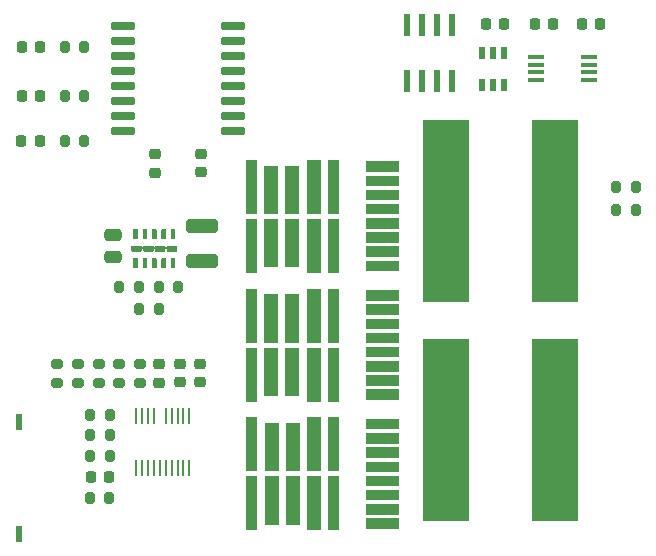
<source format=gtp>
G04 #@! TF.GenerationSoftware,KiCad,Pcbnew,9.0.0*
G04 #@! TF.CreationDate,2025-07-23T17:32:58-04:00*
G04 #@! TF.ProjectId,PresToe_BMS_48V,50726573-546f-4655-9f42-4d535f343856,rev?*
G04 #@! TF.SameCoordinates,Original*
G04 #@! TF.FileFunction,Paste,Top*
G04 #@! TF.FilePolarity,Positive*
%FSLAX46Y46*%
G04 Gerber Fmt 4.6, Leading zero omitted, Abs format (unit mm)*
G04 Created by KiCad (PCBNEW 9.0.0) date 2025-07-23 17:32:58*
%MOMM*%
%LPD*%
G01*
G04 APERTURE LIST*
G04 Aperture macros list*
%AMRoundRect*
0 Rectangle with rounded corners*
0 $1 Rounding radius*
0 $2 $3 $4 $5 $6 $7 $8 $9 X,Y pos of 4 corners*
0 Add a 4 corners polygon primitive as box body*
4,1,4,$2,$3,$4,$5,$6,$7,$8,$9,$2,$3,0*
0 Add four circle primitives for the rounded corners*
1,1,$1+$1,$2,$3*
1,1,$1+$1,$4,$5*
1,1,$1+$1,$6,$7*
1,1,$1+$1,$8,$9*
0 Add four rect primitives between the rounded corners*
20,1,$1+$1,$2,$3,$4,$5,0*
20,1,$1+$1,$4,$5,$6,$7,0*
20,1,$1+$1,$6,$7,$8,$9,0*
20,1,$1+$1,$8,$9,$2,$3,0*%
G04 Aperture macros list end*
%ADD10C,0.010000*%
%ADD11R,0.279400X1.358900*%
%ADD12RoundRect,0.250000X-1.100000X0.325000X-1.100000X-0.325000X1.100000X-0.325000X1.100000X0.325000X0*%
%ADD13R,0.508000X1.422400*%
%ADD14RoundRect,0.225000X0.250000X-0.225000X0.250000X0.225000X-0.250000X0.225000X-0.250000X-0.225000X0*%
%ADD15RoundRect,0.200000X0.275000X-0.200000X0.275000X0.200000X-0.275000X0.200000X-0.275000X-0.200000X0*%
%ADD16R,0.558800X0.977900*%
%ADD17R,4.000000X15.500000*%
%ADD18RoundRect,0.225000X0.225000X0.250000X-0.225000X0.250000X-0.225000X-0.250000X0.225000X-0.250000X0*%
%ADD19RoundRect,0.200000X-0.200000X-0.275000X0.200000X-0.275000X0.200000X0.275000X-0.200000X0.275000X0*%
%ADD20RoundRect,0.075000X-0.955000X-0.225000X0.955000X-0.225000X0.955000X0.225000X-0.955000X0.225000X0*%
%ADD21C,0.300000*%
%ADD22RoundRect,0.218750X-0.218750X-0.256250X0.218750X-0.256250X0.218750X0.256250X-0.218750X0.256250X0*%
%ADD23RoundRect,0.250000X-0.475000X0.250000X-0.475000X-0.250000X0.475000X-0.250000X0.475000X0.250000X0*%
%ADD24RoundRect,0.200000X0.200000X0.275000X-0.200000X0.275000X-0.200000X-0.275000X0.200000X-0.275000X0*%
%ADD25R,0.558800X1.981200*%
%ADD26R,1.333500X0.431800*%
%ADD27RoundRect,0.225000X-0.225000X-0.250000X0.225000X-0.250000X0.225000X0.250000X-0.225000X0.250000X0*%
%ADD28RoundRect,0.225000X-0.250000X0.225000X-0.250000X-0.225000X0.250000X-0.225000X0.250000X0.225000X0*%
G04 APERTURE END LIST*
D10*
X59395000Y-65310000D02*
X58545000Y-65310000D01*
X58545000Y-60810000D01*
X59395000Y-60810000D01*
X59395000Y-65310000D01*
G36*
X59395000Y-65310000D02*
G01*
X58545000Y-65310000D01*
X58545000Y-60810000D01*
X59395000Y-60810000D01*
X59395000Y-65310000D01*
G37*
X59395000Y-70310000D02*
X58545000Y-70310000D01*
X58545000Y-65810000D01*
X59395000Y-65810000D01*
X59395000Y-70310000D01*
G36*
X59395000Y-70310000D02*
G01*
X58545000Y-70310000D01*
X58545000Y-65810000D01*
X59395000Y-65810000D01*
X59395000Y-70310000D01*
G37*
X61195000Y-65310000D02*
X60095000Y-65310000D01*
X60095000Y-61310000D01*
X61195000Y-61310000D01*
X61195000Y-65310000D01*
G36*
X61195000Y-65310000D02*
G01*
X60095000Y-65310000D01*
X60095000Y-61310000D01*
X61195000Y-61310000D01*
X61195000Y-65310000D01*
G37*
X61195000Y-69810000D02*
X60095000Y-69810000D01*
X60095000Y-65810000D01*
X61195000Y-65810000D01*
X61195000Y-69810000D01*
G36*
X61195000Y-69810000D02*
G01*
X60095000Y-69810000D01*
X60095000Y-65810000D01*
X61195000Y-65810000D01*
X61195000Y-69810000D01*
G37*
X62995000Y-65310000D02*
X61895000Y-65310000D01*
X61895000Y-61310000D01*
X62995000Y-61310000D01*
X62995000Y-65310000D01*
G36*
X62995000Y-65310000D02*
G01*
X61895000Y-65310000D01*
X61895000Y-61310000D01*
X62995000Y-61310000D01*
X62995000Y-65310000D01*
G37*
X62995000Y-69810000D02*
X61895000Y-69810000D01*
X61895000Y-65810000D01*
X62995000Y-65810000D01*
X62995000Y-69810000D01*
G36*
X62995000Y-69810000D02*
G01*
X61895000Y-69810000D01*
X61895000Y-65810000D01*
X62995000Y-65810000D01*
X62995000Y-69810000D01*
G37*
X64795000Y-65310000D02*
X63695000Y-65310000D01*
X63695000Y-60810000D01*
X64795000Y-60810000D01*
X64795000Y-65310000D01*
G36*
X64795000Y-65310000D02*
G01*
X63695000Y-65310000D01*
X63695000Y-60810000D01*
X64795000Y-60810000D01*
X64795000Y-65310000D01*
G37*
X64795000Y-70310000D02*
X63695000Y-70310000D01*
X63695000Y-65810000D01*
X64795000Y-65810000D01*
X64795000Y-70310000D01*
G36*
X64795000Y-70310000D02*
G01*
X63695000Y-70310000D01*
X63695000Y-65810000D01*
X64795000Y-65810000D01*
X64795000Y-70310000D01*
G37*
X66345000Y-65310000D02*
X65495000Y-65310000D01*
X65495000Y-60810000D01*
X66345000Y-60810000D01*
X66345000Y-65310000D01*
G36*
X66345000Y-65310000D02*
G01*
X65495000Y-65310000D01*
X65495000Y-60810000D01*
X66345000Y-60810000D01*
X66345000Y-65310000D01*
G37*
X66345000Y-70310000D02*
X65495000Y-70310000D01*
X65495000Y-65810000D01*
X66345000Y-65810000D01*
X66345000Y-70310000D01*
G36*
X66345000Y-70310000D02*
G01*
X65495000Y-70310000D01*
X65495000Y-65810000D01*
X66345000Y-65810000D01*
X66345000Y-70310000D01*
G37*
X71420000Y-61760000D02*
X68720000Y-61760000D01*
X68720000Y-60960000D01*
X71420000Y-60960000D01*
X71420000Y-61760000D01*
G36*
X71420000Y-61760000D02*
G01*
X68720000Y-61760000D01*
X68720000Y-60960000D01*
X71420000Y-60960000D01*
X71420000Y-61760000D01*
G37*
X71420000Y-62960000D02*
X68720000Y-62960000D01*
X68720000Y-62160000D01*
X71420000Y-62160000D01*
X71420000Y-62960000D01*
G36*
X71420000Y-62960000D02*
G01*
X68720000Y-62960000D01*
X68720000Y-62160000D01*
X71420000Y-62160000D01*
X71420000Y-62960000D01*
G37*
X71420000Y-64160000D02*
X68720000Y-64160000D01*
X68720000Y-63360000D01*
X71420000Y-63360000D01*
X71420000Y-64160000D01*
G36*
X71420000Y-64160000D02*
G01*
X68720000Y-64160000D01*
X68720000Y-63360000D01*
X71420000Y-63360000D01*
X71420000Y-64160000D01*
G37*
X71420000Y-65360000D02*
X68720000Y-65360000D01*
X68720000Y-64560000D01*
X71420000Y-64560000D01*
X71420000Y-65360000D01*
G36*
X71420000Y-65360000D02*
G01*
X68720000Y-65360000D01*
X68720000Y-64560000D01*
X71420000Y-64560000D01*
X71420000Y-65360000D01*
G37*
X71420000Y-66560000D02*
X68720000Y-66560000D01*
X68720000Y-65760000D01*
X71420000Y-65760000D01*
X71420000Y-66560000D01*
G36*
X71420000Y-66560000D02*
G01*
X68720000Y-66560000D01*
X68720000Y-65760000D01*
X71420000Y-65760000D01*
X71420000Y-66560000D01*
G37*
X71420000Y-67760000D02*
X68720000Y-67760000D01*
X68720000Y-66960000D01*
X71420000Y-66960000D01*
X71420000Y-67760000D01*
G36*
X71420000Y-67760000D02*
G01*
X68720000Y-67760000D01*
X68720000Y-66960000D01*
X71420000Y-66960000D01*
X71420000Y-67760000D01*
G37*
X71420000Y-68960000D02*
X68720000Y-68960000D01*
X68720000Y-68160000D01*
X71420000Y-68160000D01*
X71420000Y-68960000D01*
G36*
X71420000Y-68960000D02*
G01*
X68720000Y-68960000D01*
X68720000Y-68160000D01*
X71420000Y-68160000D01*
X71420000Y-68960000D01*
G37*
X71420000Y-70160000D02*
X68720000Y-70160000D01*
X68720000Y-69360000D01*
X71420000Y-69360000D01*
X71420000Y-70160000D01*
G36*
X71420000Y-70160000D02*
G01*
X68720000Y-70160000D01*
X68720000Y-69360000D01*
X71420000Y-69360000D01*
X71420000Y-70160000D01*
G37*
X49228000Y-44896000D02*
X49230000Y-44896000D01*
X49233000Y-44897000D01*
X49235000Y-44897000D01*
X49238000Y-44898000D01*
X49240000Y-44899000D01*
X49243000Y-44900000D01*
X49245000Y-44902000D01*
X49247000Y-44903000D01*
X49249000Y-44905000D01*
X49251000Y-44906000D01*
X49253000Y-44908000D01*
X49255000Y-44910000D01*
X49257000Y-44912000D01*
X49259000Y-44914000D01*
X49260000Y-44916000D01*
X49262000Y-44918000D01*
X49263000Y-44920000D01*
X49265000Y-44922000D01*
X49266000Y-44925000D01*
X49267000Y-44927000D01*
X49268000Y-44930000D01*
X49268000Y-44932000D01*
X49269000Y-44935000D01*
X49269000Y-44937000D01*
X49270000Y-44940000D01*
X49270000Y-44942000D01*
X49270000Y-44945000D01*
X49270000Y-45595000D01*
X49270000Y-45598000D01*
X49270000Y-45600000D01*
X49269000Y-45603000D01*
X49269000Y-45605000D01*
X49268000Y-45608000D01*
X49268000Y-45610000D01*
X49267000Y-45613000D01*
X49266000Y-45615000D01*
X49265000Y-45618000D01*
X49263000Y-45620000D01*
X49262000Y-45622000D01*
X49260000Y-45624000D01*
X49259000Y-45626000D01*
X49257000Y-45628000D01*
X49255000Y-45630000D01*
X49253000Y-45632000D01*
X49251000Y-45634000D01*
X49249000Y-45635000D01*
X49247000Y-45637000D01*
X49245000Y-45638000D01*
X49243000Y-45640000D01*
X49240000Y-45641000D01*
X49238000Y-45642000D01*
X49235000Y-45643000D01*
X49233000Y-45643000D01*
X49230000Y-45644000D01*
X49228000Y-45644000D01*
X49225000Y-45645000D01*
X49223000Y-45645000D01*
X49220000Y-45645000D01*
X49020000Y-45645000D01*
X49017000Y-45645000D01*
X49015000Y-45645000D01*
X49012000Y-45644000D01*
X49010000Y-45644000D01*
X49007000Y-45643000D01*
X49005000Y-45643000D01*
X49002000Y-45642000D01*
X49000000Y-45641000D01*
X48997000Y-45640000D01*
X48995000Y-45638000D01*
X48993000Y-45637000D01*
X48991000Y-45635000D01*
X48989000Y-45634000D01*
X48987000Y-45632000D01*
X48985000Y-45630000D01*
X48983000Y-45628000D01*
X48981000Y-45626000D01*
X48980000Y-45624000D01*
X48978000Y-45622000D01*
X48977000Y-45620000D01*
X48975000Y-45618000D01*
X48974000Y-45615000D01*
X48973000Y-45613000D01*
X48972000Y-45610000D01*
X48972000Y-45608000D01*
X48971000Y-45605000D01*
X48971000Y-45603000D01*
X48970000Y-45600000D01*
X48970000Y-45598000D01*
X48970000Y-45595000D01*
X48970000Y-44945000D01*
X48970000Y-44942000D01*
X48970000Y-44940000D01*
X48971000Y-44937000D01*
X48971000Y-44935000D01*
X48972000Y-44932000D01*
X48972000Y-44930000D01*
X48973000Y-44927000D01*
X48974000Y-44925000D01*
X48975000Y-44922000D01*
X48977000Y-44920000D01*
X48978000Y-44918000D01*
X48980000Y-44916000D01*
X48981000Y-44914000D01*
X48983000Y-44912000D01*
X48985000Y-44910000D01*
X48987000Y-44908000D01*
X48989000Y-44906000D01*
X48991000Y-44905000D01*
X48993000Y-44903000D01*
X48995000Y-44902000D01*
X48997000Y-44900000D01*
X49000000Y-44899000D01*
X49002000Y-44898000D01*
X49005000Y-44897000D01*
X49007000Y-44897000D01*
X49010000Y-44896000D01*
X49012000Y-44896000D01*
X49015000Y-44895000D01*
X49017000Y-44895000D01*
X49020000Y-44895000D01*
X49220000Y-44895000D01*
X49223000Y-44895000D01*
X49225000Y-44895000D01*
X49228000Y-44896000D01*
G36*
X49228000Y-44896000D02*
G01*
X49230000Y-44896000D01*
X49233000Y-44897000D01*
X49235000Y-44897000D01*
X49238000Y-44898000D01*
X49240000Y-44899000D01*
X49243000Y-44900000D01*
X49245000Y-44902000D01*
X49247000Y-44903000D01*
X49249000Y-44905000D01*
X49251000Y-44906000D01*
X49253000Y-44908000D01*
X49255000Y-44910000D01*
X49257000Y-44912000D01*
X49259000Y-44914000D01*
X49260000Y-44916000D01*
X49262000Y-44918000D01*
X49263000Y-44920000D01*
X49265000Y-44922000D01*
X49266000Y-44925000D01*
X49267000Y-44927000D01*
X49268000Y-44930000D01*
X49268000Y-44932000D01*
X49269000Y-44935000D01*
X49269000Y-44937000D01*
X49270000Y-44940000D01*
X49270000Y-44942000D01*
X49270000Y-44945000D01*
X49270000Y-45595000D01*
X49270000Y-45598000D01*
X49270000Y-45600000D01*
X49269000Y-45603000D01*
X49269000Y-45605000D01*
X49268000Y-45608000D01*
X49268000Y-45610000D01*
X49267000Y-45613000D01*
X49266000Y-45615000D01*
X49265000Y-45618000D01*
X49263000Y-45620000D01*
X49262000Y-45622000D01*
X49260000Y-45624000D01*
X49259000Y-45626000D01*
X49257000Y-45628000D01*
X49255000Y-45630000D01*
X49253000Y-45632000D01*
X49251000Y-45634000D01*
X49249000Y-45635000D01*
X49247000Y-45637000D01*
X49245000Y-45638000D01*
X49243000Y-45640000D01*
X49240000Y-45641000D01*
X49238000Y-45642000D01*
X49235000Y-45643000D01*
X49233000Y-45643000D01*
X49230000Y-45644000D01*
X49228000Y-45644000D01*
X49225000Y-45645000D01*
X49223000Y-45645000D01*
X49220000Y-45645000D01*
X49020000Y-45645000D01*
X49017000Y-45645000D01*
X49015000Y-45645000D01*
X49012000Y-45644000D01*
X49010000Y-45644000D01*
X49007000Y-45643000D01*
X49005000Y-45643000D01*
X49002000Y-45642000D01*
X49000000Y-45641000D01*
X48997000Y-45640000D01*
X48995000Y-45638000D01*
X48993000Y-45637000D01*
X48991000Y-45635000D01*
X48989000Y-45634000D01*
X48987000Y-45632000D01*
X48985000Y-45630000D01*
X48983000Y-45628000D01*
X48981000Y-45626000D01*
X48980000Y-45624000D01*
X48978000Y-45622000D01*
X48977000Y-45620000D01*
X48975000Y-45618000D01*
X48974000Y-45615000D01*
X48973000Y-45613000D01*
X48972000Y-45610000D01*
X48972000Y-45608000D01*
X48971000Y-45605000D01*
X48971000Y-45603000D01*
X48970000Y-45600000D01*
X48970000Y-45598000D01*
X48970000Y-45595000D01*
X48970000Y-44945000D01*
X48970000Y-44942000D01*
X48970000Y-44940000D01*
X48971000Y-44937000D01*
X48971000Y-44935000D01*
X48972000Y-44932000D01*
X48972000Y-44930000D01*
X48973000Y-44927000D01*
X48974000Y-44925000D01*
X48975000Y-44922000D01*
X48977000Y-44920000D01*
X48978000Y-44918000D01*
X48980000Y-44916000D01*
X48981000Y-44914000D01*
X48983000Y-44912000D01*
X48985000Y-44910000D01*
X48987000Y-44908000D01*
X48989000Y-44906000D01*
X48991000Y-44905000D01*
X48993000Y-44903000D01*
X48995000Y-44902000D01*
X48997000Y-44900000D01*
X49000000Y-44899000D01*
X49002000Y-44898000D01*
X49005000Y-44897000D01*
X49007000Y-44897000D01*
X49010000Y-44896000D01*
X49012000Y-44896000D01*
X49015000Y-44895000D01*
X49017000Y-44895000D01*
X49020000Y-44895000D01*
X49220000Y-44895000D01*
X49223000Y-44895000D01*
X49225000Y-44895000D01*
X49228000Y-44896000D01*
G37*
X49228000Y-47346000D02*
X49230000Y-47346000D01*
X49233000Y-47347000D01*
X49235000Y-47347000D01*
X49238000Y-47348000D01*
X49240000Y-47349000D01*
X49243000Y-47350000D01*
X49245000Y-47352000D01*
X49247000Y-47353000D01*
X49249000Y-47355000D01*
X49251000Y-47356000D01*
X49253000Y-47358000D01*
X49255000Y-47360000D01*
X49257000Y-47362000D01*
X49259000Y-47364000D01*
X49260000Y-47366000D01*
X49262000Y-47368000D01*
X49263000Y-47370000D01*
X49265000Y-47372000D01*
X49266000Y-47375000D01*
X49267000Y-47377000D01*
X49268000Y-47380000D01*
X49268000Y-47382000D01*
X49269000Y-47385000D01*
X49269000Y-47387000D01*
X49270000Y-47390000D01*
X49270000Y-47392000D01*
X49270000Y-47395000D01*
X49270000Y-48045000D01*
X49270000Y-48048000D01*
X49270000Y-48050000D01*
X49269000Y-48053000D01*
X49269000Y-48055000D01*
X49268000Y-48058000D01*
X49268000Y-48060000D01*
X49267000Y-48063000D01*
X49266000Y-48065000D01*
X49265000Y-48068000D01*
X49263000Y-48070000D01*
X49262000Y-48072000D01*
X49260000Y-48074000D01*
X49259000Y-48076000D01*
X49257000Y-48078000D01*
X49255000Y-48080000D01*
X49253000Y-48082000D01*
X49251000Y-48084000D01*
X49249000Y-48085000D01*
X49247000Y-48087000D01*
X49245000Y-48088000D01*
X49243000Y-48090000D01*
X49240000Y-48091000D01*
X49238000Y-48092000D01*
X49235000Y-48093000D01*
X49233000Y-48093000D01*
X49230000Y-48094000D01*
X49228000Y-48094000D01*
X49225000Y-48095000D01*
X49223000Y-48095000D01*
X49220000Y-48095000D01*
X49020000Y-48095000D01*
X49017000Y-48095000D01*
X49015000Y-48095000D01*
X49012000Y-48094000D01*
X49010000Y-48094000D01*
X49007000Y-48093000D01*
X49005000Y-48093000D01*
X49002000Y-48092000D01*
X49000000Y-48091000D01*
X48997000Y-48090000D01*
X48995000Y-48088000D01*
X48993000Y-48087000D01*
X48991000Y-48085000D01*
X48989000Y-48084000D01*
X48987000Y-48082000D01*
X48985000Y-48080000D01*
X48983000Y-48078000D01*
X48981000Y-48076000D01*
X48980000Y-48074000D01*
X48978000Y-48072000D01*
X48977000Y-48070000D01*
X48975000Y-48068000D01*
X48974000Y-48065000D01*
X48973000Y-48063000D01*
X48972000Y-48060000D01*
X48972000Y-48058000D01*
X48971000Y-48055000D01*
X48971000Y-48053000D01*
X48970000Y-48050000D01*
X48970000Y-48048000D01*
X48970000Y-48045000D01*
X48970000Y-47395000D01*
X48970000Y-47392000D01*
X48970000Y-47390000D01*
X48971000Y-47387000D01*
X48971000Y-47385000D01*
X48972000Y-47382000D01*
X48972000Y-47380000D01*
X48973000Y-47377000D01*
X48974000Y-47375000D01*
X48975000Y-47372000D01*
X48977000Y-47370000D01*
X48978000Y-47368000D01*
X48980000Y-47366000D01*
X48981000Y-47364000D01*
X48983000Y-47362000D01*
X48985000Y-47360000D01*
X48987000Y-47358000D01*
X48989000Y-47356000D01*
X48991000Y-47355000D01*
X48993000Y-47353000D01*
X48995000Y-47352000D01*
X48997000Y-47350000D01*
X49000000Y-47349000D01*
X49002000Y-47348000D01*
X49005000Y-47347000D01*
X49007000Y-47347000D01*
X49010000Y-47346000D01*
X49012000Y-47346000D01*
X49015000Y-47345000D01*
X49017000Y-47345000D01*
X49020000Y-47345000D01*
X49220000Y-47345000D01*
X49223000Y-47345000D01*
X49225000Y-47345000D01*
X49228000Y-47346000D01*
G36*
X49228000Y-47346000D02*
G01*
X49230000Y-47346000D01*
X49233000Y-47347000D01*
X49235000Y-47347000D01*
X49238000Y-47348000D01*
X49240000Y-47349000D01*
X49243000Y-47350000D01*
X49245000Y-47352000D01*
X49247000Y-47353000D01*
X49249000Y-47355000D01*
X49251000Y-47356000D01*
X49253000Y-47358000D01*
X49255000Y-47360000D01*
X49257000Y-47362000D01*
X49259000Y-47364000D01*
X49260000Y-47366000D01*
X49262000Y-47368000D01*
X49263000Y-47370000D01*
X49265000Y-47372000D01*
X49266000Y-47375000D01*
X49267000Y-47377000D01*
X49268000Y-47380000D01*
X49268000Y-47382000D01*
X49269000Y-47385000D01*
X49269000Y-47387000D01*
X49270000Y-47390000D01*
X49270000Y-47392000D01*
X49270000Y-47395000D01*
X49270000Y-48045000D01*
X49270000Y-48048000D01*
X49270000Y-48050000D01*
X49269000Y-48053000D01*
X49269000Y-48055000D01*
X49268000Y-48058000D01*
X49268000Y-48060000D01*
X49267000Y-48063000D01*
X49266000Y-48065000D01*
X49265000Y-48068000D01*
X49263000Y-48070000D01*
X49262000Y-48072000D01*
X49260000Y-48074000D01*
X49259000Y-48076000D01*
X49257000Y-48078000D01*
X49255000Y-48080000D01*
X49253000Y-48082000D01*
X49251000Y-48084000D01*
X49249000Y-48085000D01*
X49247000Y-48087000D01*
X49245000Y-48088000D01*
X49243000Y-48090000D01*
X49240000Y-48091000D01*
X49238000Y-48092000D01*
X49235000Y-48093000D01*
X49233000Y-48093000D01*
X49230000Y-48094000D01*
X49228000Y-48094000D01*
X49225000Y-48095000D01*
X49223000Y-48095000D01*
X49220000Y-48095000D01*
X49020000Y-48095000D01*
X49017000Y-48095000D01*
X49015000Y-48095000D01*
X49012000Y-48094000D01*
X49010000Y-48094000D01*
X49007000Y-48093000D01*
X49005000Y-48093000D01*
X49002000Y-48092000D01*
X49000000Y-48091000D01*
X48997000Y-48090000D01*
X48995000Y-48088000D01*
X48993000Y-48087000D01*
X48991000Y-48085000D01*
X48989000Y-48084000D01*
X48987000Y-48082000D01*
X48985000Y-48080000D01*
X48983000Y-48078000D01*
X48981000Y-48076000D01*
X48980000Y-48074000D01*
X48978000Y-48072000D01*
X48977000Y-48070000D01*
X48975000Y-48068000D01*
X48974000Y-48065000D01*
X48973000Y-48063000D01*
X48972000Y-48060000D01*
X48972000Y-48058000D01*
X48971000Y-48055000D01*
X48971000Y-48053000D01*
X48970000Y-48050000D01*
X48970000Y-48048000D01*
X48970000Y-48045000D01*
X48970000Y-47395000D01*
X48970000Y-47392000D01*
X48970000Y-47390000D01*
X48971000Y-47387000D01*
X48971000Y-47385000D01*
X48972000Y-47382000D01*
X48972000Y-47380000D01*
X48973000Y-47377000D01*
X48974000Y-47375000D01*
X48975000Y-47372000D01*
X48977000Y-47370000D01*
X48978000Y-47368000D01*
X48980000Y-47366000D01*
X48981000Y-47364000D01*
X48983000Y-47362000D01*
X48985000Y-47360000D01*
X48987000Y-47358000D01*
X48989000Y-47356000D01*
X48991000Y-47355000D01*
X48993000Y-47353000D01*
X48995000Y-47352000D01*
X48997000Y-47350000D01*
X49000000Y-47349000D01*
X49002000Y-47348000D01*
X49005000Y-47347000D01*
X49007000Y-47347000D01*
X49010000Y-47346000D01*
X49012000Y-47346000D01*
X49015000Y-47345000D01*
X49017000Y-47345000D01*
X49020000Y-47345000D01*
X49220000Y-47345000D01*
X49223000Y-47345000D01*
X49225000Y-47345000D01*
X49228000Y-47346000D01*
G37*
X49578000Y-46296000D02*
X49580000Y-46296000D01*
X49583000Y-46297000D01*
X49585000Y-46297000D01*
X49588000Y-46298000D01*
X49590000Y-46299000D01*
X49593000Y-46300000D01*
X49595000Y-46302000D01*
X49597000Y-46303000D01*
X49599000Y-46305000D01*
X49601000Y-46306000D01*
X49603000Y-46308000D01*
X49605000Y-46310000D01*
X49607000Y-46312000D01*
X49609000Y-46314000D01*
X49610000Y-46316000D01*
X49612000Y-46318000D01*
X49613000Y-46320000D01*
X49615000Y-46322000D01*
X49616000Y-46325000D01*
X49617000Y-46327000D01*
X49618000Y-46330000D01*
X49618000Y-46332000D01*
X49619000Y-46335000D01*
X49619000Y-46337000D01*
X49620000Y-46340000D01*
X49620000Y-46342000D01*
X49620000Y-46345000D01*
X49620000Y-46645000D01*
X49620000Y-46648000D01*
X49620000Y-46650000D01*
X49619000Y-46653000D01*
X49619000Y-46655000D01*
X49618000Y-46658000D01*
X49618000Y-46660000D01*
X49617000Y-46663000D01*
X49616000Y-46665000D01*
X49615000Y-46668000D01*
X49613000Y-46670000D01*
X49612000Y-46672000D01*
X49610000Y-46674000D01*
X49609000Y-46676000D01*
X49607000Y-46678000D01*
X49605000Y-46680000D01*
X49603000Y-46682000D01*
X49601000Y-46684000D01*
X49599000Y-46685000D01*
X49597000Y-46687000D01*
X49595000Y-46688000D01*
X49593000Y-46690000D01*
X49590000Y-46691000D01*
X49588000Y-46692000D01*
X49585000Y-46693000D01*
X49583000Y-46693000D01*
X49580000Y-46694000D01*
X49578000Y-46694000D01*
X49575000Y-46695000D01*
X49573000Y-46695000D01*
X49570000Y-46695000D01*
X48870000Y-46695000D01*
X48867000Y-46695000D01*
X48865000Y-46695000D01*
X48862000Y-46694000D01*
X48860000Y-46694000D01*
X48857000Y-46693000D01*
X48855000Y-46693000D01*
X48852000Y-46692000D01*
X48850000Y-46691000D01*
X48847000Y-46690000D01*
X48845000Y-46688000D01*
X48843000Y-46687000D01*
X48841000Y-46685000D01*
X48839000Y-46684000D01*
X48837000Y-46682000D01*
X48835000Y-46680000D01*
X48833000Y-46678000D01*
X48831000Y-46676000D01*
X48830000Y-46674000D01*
X48828000Y-46672000D01*
X48827000Y-46670000D01*
X48825000Y-46668000D01*
X48824000Y-46665000D01*
X48823000Y-46663000D01*
X48822000Y-46660000D01*
X48822000Y-46658000D01*
X48821000Y-46655000D01*
X48821000Y-46653000D01*
X48820000Y-46650000D01*
X48820000Y-46648000D01*
X48820000Y-46645000D01*
X48820000Y-46345000D01*
X48820000Y-46342000D01*
X48820000Y-46340000D01*
X48821000Y-46337000D01*
X48821000Y-46335000D01*
X48822000Y-46332000D01*
X48822000Y-46330000D01*
X48823000Y-46327000D01*
X48824000Y-46325000D01*
X48825000Y-46322000D01*
X48827000Y-46320000D01*
X48828000Y-46318000D01*
X48830000Y-46316000D01*
X48831000Y-46314000D01*
X48833000Y-46312000D01*
X48835000Y-46310000D01*
X48837000Y-46308000D01*
X48839000Y-46306000D01*
X48841000Y-46305000D01*
X48843000Y-46303000D01*
X48845000Y-46302000D01*
X48847000Y-46300000D01*
X48850000Y-46299000D01*
X48852000Y-46298000D01*
X48855000Y-46297000D01*
X48857000Y-46297000D01*
X48860000Y-46296000D01*
X48862000Y-46296000D01*
X48865000Y-46295000D01*
X48867000Y-46295000D01*
X48870000Y-46295000D01*
X49570000Y-46295000D01*
X49573000Y-46295000D01*
X49575000Y-46295000D01*
X49578000Y-46296000D01*
G36*
X49578000Y-46296000D02*
G01*
X49580000Y-46296000D01*
X49583000Y-46297000D01*
X49585000Y-46297000D01*
X49588000Y-46298000D01*
X49590000Y-46299000D01*
X49593000Y-46300000D01*
X49595000Y-46302000D01*
X49597000Y-46303000D01*
X49599000Y-46305000D01*
X49601000Y-46306000D01*
X49603000Y-46308000D01*
X49605000Y-46310000D01*
X49607000Y-46312000D01*
X49609000Y-46314000D01*
X49610000Y-46316000D01*
X49612000Y-46318000D01*
X49613000Y-46320000D01*
X49615000Y-46322000D01*
X49616000Y-46325000D01*
X49617000Y-46327000D01*
X49618000Y-46330000D01*
X49618000Y-46332000D01*
X49619000Y-46335000D01*
X49619000Y-46337000D01*
X49620000Y-46340000D01*
X49620000Y-46342000D01*
X49620000Y-46345000D01*
X49620000Y-46645000D01*
X49620000Y-46648000D01*
X49620000Y-46650000D01*
X49619000Y-46653000D01*
X49619000Y-46655000D01*
X49618000Y-46658000D01*
X49618000Y-46660000D01*
X49617000Y-46663000D01*
X49616000Y-46665000D01*
X49615000Y-46668000D01*
X49613000Y-46670000D01*
X49612000Y-46672000D01*
X49610000Y-46674000D01*
X49609000Y-46676000D01*
X49607000Y-46678000D01*
X49605000Y-46680000D01*
X49603000Y-46682000D01*
X49601000Y-46684000D01*
X49599000Y-46685000D01*
X49597000Y-46687000D01*
X49595000Y-46688000D01*
X49593000Y-46690000D01*
X49590000Y-46691000D01*
X49588000Y-46692000D01*
X49585000Y-46693000D01*
X49583000Y-46693000D01*
X49580000Y-46694000D01*
X49578000Y-46694000D01*
X49575000Y-46695000D01*
X49573000Y-46695000D01*
X49570000Y-46695000D01*
X48870000Y-46695000D01*
X48867000Y-46695000D01*
X48865000Y-46695000D01*
X48862000Y-46694000D01*
X48860000Y-46694000D01*
X48857000Y-46693000D01*
X48855000Y-46693000D01*
X48852000Y-46692000D01*
X48850000Y-46691000D01*
X48847000Y-46690000D01*
X48845000Y-46688000D01*
X48843000Y-46687000D01*
X48841000Y-46685000D01*
X48839000Y-46684000D01*
X48837000Y-46682000D01*
X48835000Y-46680000D01*
X48833000Y-46678000D01*
X48831000Y-46676000D01*
X48830000Y-46674000D01*
X48828000Y-46672000D01*
X48827000Y-46670000D01*
X48825000Y-46668000D01*
X48824000Y-46665000D01*
X48823000Y-46663000D01*
X48822000Y-46660000D01*
X48822000Y-46658000D01*
X48821000Y-46655000D01*
X48821000Y-46653000D01*
X48820000Y-46650000D01*
X48820000Y-46648000D01*
X48820000Y-46645000D01*
X48820000Y-46345000D01*
X48820000Y-46342000D01*
X48820000Y-46340000D01*
X48821000Y-46337000D01*
X48821000Y-46335000D01*
X48822000Y-46332000D01*
X48822000Y-46330000D01*
X48823000Y-46327000D01*
X48824000Y-46325000D01*
X48825000Y-46322000D01*
X48827000Y-46320000D01*
X48828000Y-46318000D01*
X48830000Y-46316000D01*
X48831000Y-46314000D01*
X48833000Y-46312000D01*
X48835000Y-46310000D01*
X48837000Y-46308000D01*
X48839000Y-46306000D01*
X48841000Y-46305000D01*
X48843000Y-46303000D01*
X48845000Y-46302000D01*
X48847000Y-46300000D01*
X48850000Y-46299000D01*
X48852000Y-46298000D01*
X48855000Y-46297000D01*
X48857000Y-46297000D01*
X48860000Y-46296000D01*
X48862000Y-46296000D01*
X48865000Y-46295000D01*
X48867000Y-46295000D01*
X48870000Y-46295000D01*
X49570000Y-46295000D01*
X49573000Y-46295000D01*
X49575000Y-46295000D01*
X49578000Y-46296000D01*
G37*
X50028000Y-44896000D02*
X50030000Y-44896000D01*
X50033000Y-44897000D01*
X50035000Y-44897000D01*
X50038000Y-44898000D01*
X50040000Y-44899000D01*
X50043000Y-44900000D01*
X50045000Y-44902000D01*
X50047000Y-44903000D01*
X50049000Y-44905000D01*
X50051000Y-44906000D01*
X50053000Y-44908000D01*
X50055000Y-44910000D01*
X50057000Y-44912000D01*
X50059000Y-44914000D01*
X50060000Y-44916000D01*
X50062000Y-44918000D01*
X50063000Y-44920000D01*
X50065000Y-44922000D01*
X50066000Y-44925000D01*
X50067000Y-44927000D01*
X50068000Y-44930000D01*
X50068000Y-44932000D01*
X50069000Y-44935000D01*
X50069000Y-44937000D01*
X50070000Y-44940000D01*
X50070000Y-44942000D01*
X50070000Y-44945000D01*
X50070000Y-45595000D01*
X50070000Y-45598000D01*
X50070000Y-45600000D01*
X50069000Y-45603000D01*
X50069000Y-45605000D01*
X50068000Y-45608000D01*
X50068000Y-45610000D01*
X50067000Y-45613000D01*
X50066000Y-45615000D01*
X50065000Y-45618000D01*
X50063000Y-45620000D01*
X50062000Y-45622000D01*
X50060000Y-45624000D01*
X50059000Y-45626000D01*
X50057000Y-45628000D01*
X50055000Y-45630000D01*
X50053000Y-45632000D01*
X50051000Y-45634000D01*
X50049000Y-45635000D01*
X50047000Y-45637000D01*
X50045000Y-45638000D01*
X50043000Y-45640000D01*
X50040000Y-45641000D01*
X50038000Y-45642000D01*
X50035000Y-45643000D01*
X50033000Y-45643000D01*
X50030000Y-45644000D01*
X50028000Y-45644000D01*
X50025000Y-45645000D01*
X50023000Y-45645000D01*
X50020000Y-45645000D01*
X49820000Y-45645000D01*
X49817000Y-45645000D01*
X49815000Y-45645000D01*
X49812000Y-45644000D01*
X49810000Y-45644000D01*
X49807000Y-45643000D01*
X49805000Y-45643000D01*
X49802000Y-45642000D01*
X49800000Y-45641000D01*
X49797000Y-45640000D01*
X49795000Y-45638000D01*
X49793000Y-45637000D01*
X49791000Y-45635000D01*
X49789000Y-45634000D01*
X49787000Y-45632000D01*
X49785000Y-45630000D01*
X49783000Y-45628000D01*
X49781000Y-45626000D01*
X49780000Y-45624000D01*
X49778000Y-45622000D01*
X49777000Y-45620000D01*
X49775000Y-45618000D01*
X49774000Y-45615000D01*
X49773000Y-45613000D01*
X49772000Y-45610000D01*
X49772000Y-45608000D01*
X49771000Y-45605000D01*
X49771000Y-45603000D01*
X49770000Y-45600000D01*
X49770000Y-45598000D01*
X49770000Y-45595000D01*
X49770000Y-44945000D01*
X49770000Y-44942000D01*
X49770000Y-44940000D01*
X49771000Y-44937000D01*
X49771000Y-44935000D01*
X49772000Y-44932000D01*
X49772000Y-44930000D01*
X49773000Y-44927000D01*
X49774000Y-44925000D01*
X49775000Y-44922000D01*
X49777000Y-44920000D01*
X49778000Y-44918000D01*
X49780000Y-44916000D01*
X49781000Y-44914000D01*
X49783000Y-44912000D01*
X49785000Y-44910000D01*
X49787000Y-44908000D01*
X49789000Y-44906000D01*
X49791000Y-44905000D01*
X49793000Y-44903000D01*
X49795000Y-44902000D01*
X49797000Y-44900000D01*
X49800000Y-44899000D01*
X49802000Y-44898000D01*
X49805000Y-44897000D01*
X49807000Y-44897000D01*
X49810000Y-44896000D01*
X49812000Y-44896000D01*
X49815000Y-44895000D01*
X49817000Y-44895000D01*
X49820000Y-44895000D01*
X50020000Y-44895000D01*
X50023000Y-44895000D01*
X50025000Y-44895000D01*
X50028000Y-44896000D01*
G36*
X50028000Y-44896000D02*
G01*
X50030000Y-44896000D01*
X50033000Y-44897000D01*
X50035000Y-44897000D01*
X50038000Y-44898000D01*
X50040000Y-44899000D01*
X50043000Y-44900000D01*
X50045000Y-44902000D01*
X50047000Y-44903000D01*
X50049000Y-44905000D01*
X50051000Y-44906000D01*
X50053000Y-44908000D01*
X50055000Y-44910000D01*
X50057000Y-44912000D01*
X50059000Y-44914000D01*
X50060000Y-44916000D01*
X50062000Y-44918000D01*
X50063000Y-44920000D01*
X50065000Y-44922000D01*
X50066000Y-44925000D01*
X50067000Y-44927000D01*
X50068000Y-44930000D01*
X50068000Y-44932000D01*
X50069000Y-44935000D01*
X50069000Y-44937000D01*
X50070000Y-44940000D01*
X50070000Y-44942000D01*
X50070000Y-44945000D01*
X50070000Y-45595000D01*
X50070000Y-45598000D01*
X50070000Y-45600000D01*
X50069000Y-45603000D01*
X50069000Y-45605000D01*
X50068000Y-45608000D01*
X50068000Y-45610000D01*
X50067000Y-45613000D01*
X50066000Y-45615000D01*
X50065000Y-45618000D01*
X50063000Y-45620000D01*
X50062000Y-45622000D01*
X50060000Y-45624000D01*
X50059000Y-45626000D01*
X50057000Y-45628000D01*
X50055000Y-45630000D01*
X50053000Y-45632000D01*
X50051000Y-45634000D01*
X50049000Y-45635000D01*
X50047000Y-45637000D01*
X50045000Y-45638000D01*
X50043000Y-45640000D01*
X50040000Y-45641000D01*
X50038000Y-45642000D01*
X50035000Y-45643000D01*
X50033000Y-45643000D01*
X50030000Y-45644000D01*
X50028000Y-45644000D01*
X50025000Y-45645000D01*
X50023000Y-45645000D01*
X50020000Y-45645000D01*
X49820000Y-45645000D01*
X49817000Y-45645000D01*
X49815000Y-45645000D01*
X49812000Y-45644000D01*
X49810000Y-45644000D01*
X49807000Y-45643000D01*
X49805000Y-45643000D01*
X49802000Y-45642000D01*
X49800000Y-45641000D01*
X49797000Y-45640000D01*
X49795000Y-45638000D01*
X49793000Y-45637000D01*
X49791000Y-45635000D01*
X49789000Y-45634000D01*
X49787000Y-45632000D01*
X49785000Y-45630000D01*
X49783000Y-45628000D01*
X49781000Y-45626000D01*
X49780000Y-45624000D01*
X49778000Y-45622000D01*
X49777000Y-45620000D01*
X49775000Y-45618000D01*
X49774000Y-45615000D01*
X49773000Y-45613000D01*
X49772000Y-45610000D01*
X49772000Y-45608000D01*
X49771000Y-45605000D01*
X49771000Y-45603000D01*
X49770000Y-45600000D01*
X49770000Y-45598000D01*
X49770000Y-45595000D01*
X49770000Y-44945000D01*
X49770000Y-44942000D01*
X49770000Y-44940000D01*
X49771000Y-44937000D01*
X49771000Y-44935000D01*
X49772000Y-44932000D01*
X49772000Y-44930000D01*
X49773000Y-44927000D01*
X49774000Y-44925000D01*
X49775000Y-44922000D01*
X49777000Y-44920000D01*
X49778000Y-44918000D01*
X49780000Y-44916000D01*
X49781000Y-44914000D01*
X49783000Y-44912000D01*
X49785000Y-44910000D01*
X49787000Y-44908000D01*
X49789000Y-44906000D01*
X49791000Y-44905000D01*
X49793000Y-44903000D01*
X49795000Y-44902000D01*
X49797000Y-44900000D01*
X49800000Y-44899000D01*
X49802000Y-44898000D01*
X49805000Y-44897000D01*
X49807000Y-44897000D01*
X49810000Y-44896000D01*
X49812000Y-44896000D01*
X49815000Y-44895000D01*
X49817000Y-44895000D01*
X49820000Y-44895000D01*
X50020000Y-44895000D01*
X50023000Y-44895000D01*
X50025000Y-44895000D01*
X50028000Y-44896000D01*
G37*
X50028000Y-47346000D02*
X50030000Y-47346000D01*
X50033000Y-47347000D01*
X50035000Y-47347000D01*
X50038000Y-47348000D01*
X50040000Y-47349000D01*
X50043000Y-47350000D01*
X50045000Y-47352000D01*
X50047000Y-47353000D01*
X50049000Y-47355000D01*
X50051000Y-47356000D01*
X50053000Y-47358000D01*
X50055000Y-47360000D01*
X50057000Y-47362000D01*
X50059000Y-47364000D01*
X50060000Y-47366000D01*
X50062000Y-47368000D01*
X50063000Y-47370000D01*
X50065000Y-47372000D01*
X50066000Y-47375000D01*
X50067000Y-47377000D01*
X50068000Y-47380000D01*
X50068000Y-47382000D01*
X50069000Y-47385000D01*
X50069000Y-47387000D01*
X50070000Y-47390000D01*
X50070000Y-47392000D01*
X50070000Y-47395000D01*
X50070000Y-48045000D01*
X50070000Y-48048000D01*
X50070000Y-48050000D01*
X50069000Y-48053000D01*
X50069000Y-48055000D01*
X50068000Y-48058000D01*
X50068000Y-48060000D01*
X50067000Y-48063000D01*
X50066000Y-48065000D01*
X50065000Y-48068000D01*
X50063000Y-48070000D01*
X50062000Y-48072000D01*
X50060000Y-48074000D01*
X50059000Y-48076000D01*
X50057000Y-48078000D01*
X50055000Y-48080000D01*
X50053000Y-48082000D01*
X50051000Y-48084000D01*
X50049000Y-48085000D01*
X50047000Y-48087000D01*
X50045000Y-48088000D01*
X50043000Y-48090000D01*
X50040000Y-48091000D01*
X50038000Y-48092000D01*
X50035000Y-48093000D01*
X50033000Y-48093000D01*
X50030000Y-48094000D01*
X50028000Y-48094000D01*
X50025000Y-48095000D01*
X50023000Y-48095000D01*
X50020000Y-48095000D01*
X49820000Y-48095000D01*
X49817000Y-48095000D01*
X49815000Y-48095000D01*
X49812000Y-48094000D01*
X49810000Y-48094000D01*
X49807000Y-48093000D01*
X49805000Y-48093000D01*
X49802000Y-48092000D01*
X49800000Y-48091000D01*
X49797000Y-48090000D01*
X49795000Y-48088000D01*
X49793000Y-48087000D01*
X49791000Y-48085000D01*
X49789000Y-48084000D01*
X49787000Y-48082000D01*
X49785000Y-48080000D01*
X49783000Y-48078000D01*
X49781000Y-48076000D01*
X49780000Y-48074000D01*
X49778000Y-48072000D01*
X49777000Y-48070000D01*
X49775000Y-48068000D01*
X49774000Y-48065000D01*
X49773000Y-48063000D01*
X49772000Y-48060000D01*
X49772000Y-48058000D01*
X49771000Y-48055000D01*
X49771000Y-48053000D01*
X49770000Y-48050000D01*
X49770000Y-48048000D01*
X49770000Y-48045000D01*
X49770000Y-47395000D01*
X49770000Y-47392000D01*
X49770000Y-47390000D01*
X49771000Y-47387000D01*
X49771000Y-47385000D01*
X49772000Y-47382000D01*
X49772000Y-47380000D01*
X49773000Y-47377000D01*
X49774000Y-47375000D01*
X49775000Y-47372000D01*
X49777000Y-47370000D01*
X49778000Y-47368000D01*
X49780000Y-47366000D01*
X49781000Y-47364000D01*
X49783000Y-47362000D01*
X49785000Y-47360000D01*
X49787000Y-47358000D01*
X49789000Y-47356000D01*
X49791000Y-47355000D01*
X49793000Y-47353000D01*
X49795000Y-47352000D01*
X49797000Y-47350000D01*
X49800000Y-47349000D01*
X49802000Y-47348000D01*
X49805000Y-47347000D01*
X49807000Y-47347000D01*
X49810000Y-47346000D01*
X49812000Y-47346000D01*
X49815000Y-47345000D01*
X49817000Y-47345000D01*
X49820000Y-47345000D01*
X50020000Y-47345000D01*
X50023000Y-47345000D01*
X50025000Y-47345000D01*
X50028000Y-47346000D01*
G36*
X50028000Y-47346000D02*
G01*
X50030000Y-47346000D01*
X50033000Y-47347000D01*
X50035000Y-47347000D01*
X50038000Y-47348000D01*
X50040000Y-47349000D01*
X50043000Y-47350000D01*
X50045000Y-47352000D01*
X50047000Y-47353000D01*
X50049000Y-47355000D01*
X50051000Y-47356000D01*
X50053000Y-47358000D01*
X50055000Y-47360000D01*
X50057000Y-47362000D01*
X50059000Y-47364000D01*
X50060000Y-47366000D01*
X50062000Y-47368000D01*
X50063000Y-47370000D01*
X50065000Y-47372000D01*
X50066000Y-47375000D01*
X50067000Y-47377000D01*
X50068000Y-47380000D01*
X50068000Y-47382000D01*
X50069000Y-47385000D01*
X50069000Y-47387000D01*
X50070000Y-47390000D01*
X50070000Y-47392000D01*
X50070000Y-47395000D01*
X50070000Y-48045000D01*
X50070000Y-48048000D01*
X50070000Y-48050000D01*
X50069000Y-48053000D01*
X50069000Y-48055000D01*
X50068000Y-48058000D01*
X50068000Y-48060000D01*
X50067000Y-48063000D01*
X50066000Y-48065000D01*
X50065000Y-48068000D01*
X50063000Y-48070000D01*
X50062000Y-48072000D01*
X50060000Y-48074000D01*
X50059000Y-48076000D01*
X50057000Y-48078000D01*
X50055000Y-48080000D01*
X50053000Y-48082000D01*
X50051000Y-48084000D01*
X50049000Y-48085000D01*
X50047000Y-48087000D01*
X50045000Y-48088000D01*
X50043000Y-48090000D01*
X50040000Y-48091000D01*
X50038000Y-48092000D01*
X50035000Y-48093000D01*
X50033000Y-48093000D01*
X50030000Y-48094000D01*
X50028000Y-48094000D01*
X50025000Y-48095000D01*
X50023000Y-48095000D01*
X50020000Y-48095000D01*
X49820000Y-48095000D01*
X49817000Y-48095000D01*
X49815000Y-48095000D01*
X49812000Y-48094000D01*
X49810000Y-48094000D01*
X49807000Y-48093000D01*
X49805000Y-48093000D01*
X49802000Y-48092000D01*
X49800000Y-48091000D01*
X49797000Y-48090000D01*
X49795000Y-48088000D01*
X49793000Y-48087000D01*
X49791000Y-48085000D01*
X49789000Y-48084000D01*
X49787000Y-48082000D01*
X49785000Y-48080000D01*
X49783000Y-48078000D01*
X49781000Y-48076000D01*
X49780000Y-48074000D01*
X49778000Y-48072000D01*
X49777000Y-48070000D01*
X49775000Y-48068000D01*
X49774000Y-48065000D01*
X49773000Y-48063000D01*
X49772000Y-48060000D01*
X49772000Y-48058000D01*
X49771000Y-48055000D01*
X49771000Y-48053000D01*
X49770000Y-48050000D01*
X49770000Y-48048000D01*
X49770000Y-48045000D01*
X49770000Y-47395000D01*
X49770000Y-47392000D01*
X49770000Y-47390000D01*
X49771000Y-47387000D01*
X49771000Y-47385000D01*
X49772000Y-47382000D01*
X49772000Y-47380000D01*
X49773000Y-47377000D01*
X49774000Y-47375000D01*
X49775000Y-47372000D01*
X49777000Y-47370000D01*
X49778000Y-47368000D01*
X49780000Y-47366000D01*
X49781000Y-47364000D01*
X49783000Y-47362000D01*
X49785000Y-47360000D01*
X49787000Y-47358000D01*
X49789000Y-47356000D01*
X49791000Y-47355000D01*
X49793000Y-47353000D01*
X49795000Y-47352000D01*
X49797000Y-47350000D01*
X49800000Y-47349000D01*
X49802000Y-47348000D01*
X49805000Y-47347000D01*
X49807000Y-47347000D01*
X49810000Y-47346000D01*
X49812000Y-47346000D01*
X49815000Y-47345000D01*
X49817000Y-47345000D01*
X49820000Y-47345000D01*
X50020000Y-47345000D01*
X50023000Y-47345000D01*
X50025000Y-47345000D01*
X50028000Y-47346000D01*
G37*
X50828000Y-44896000D02*
X50830000Y-44896000D01*
X50833000Y-44897000D01*
X50835000Y-44897000D01*
X50838000Y-44898000D01*
X50840000Y-44899000D01*
X50843000Y-44900000D01*
X50845000Y-44902000D01*
X50847000Y-44903000D01*
X50849000Y-44905000D01*
X50851000Y-44906000D01*
X50853000Y-44908000D01*
X50855000Y-44910000D01*
X50857000Y-44912000D01*
X50859000Y-44914000D01*
X50860000Y-44916000D01*
X50862000Y-44918000D01*
X50863000Y-44920000D01*
X50865000Y-44922000D01*
X50866000Y-44925000D01*
X50867000Y-44927000D01*
X50868000Y-44930000D01*
X50868000Y-44932000D01*
X50869000Y-44935000D01*
X50869000Y-44937000D01*
X50870000Y-44940000D01*
X50870000Y-44942000D01*
X50870000Y-44945000D01*
X50870000Y-45595000D01*
X50870000Y-45598000D01*
X50870000Y-45600000D01*
X50869000Y-45603000D01*
X50869000Y-45605000D01*
X50868000Y-45608000D01*
X50868000Y-45610000D01*
X50867000Y-45613000D01*
X50866000Y-45615000D01*
X50865000Y-45618000D01*
X50863000Y-45620000D01*
X50862000Y-45622000D01*
X50860000Y-45624000D01*
X50859000Y-45626000D01*
X50857000Y-45628000D01*
X50855000Y-45630000D01*
X50853000Y-45632000D01*
X50851000Y-45634000D01*
X50849000Y-45635000D01*
X50847000Y-45637000D01*
X50845000Y-45638000D01*
X50843000Y-45640000D01*
X50840000Y-45641000D01*
X50838000Y-45642000D01*
X50835000Y-45643000D01*
X50833000Y-45643000D01*
X50830000Y-45644000D01*
X50828000Y-45644000D01*
X50825000Y-45645000D01*
X50823000Y-45645000D01*
X50820000Y-45645000D01*
X50620000Y-45645000D01*
X50617000Y-45645000D01*
X50615000Y-45645000D01*
X50612000Y-45644000D01*
X50610000Y-45644000D01*
X50607000Y-45643000D01*
X50605000Y-45643000D01*
X50602000Y-45642000D01*
X50600000Y-45641000D01*
X50597000Y-45640000D01*
X50595000Y-45638000D01*
X50593000Y-45637000D01*
X50591000Y-45635000D01*
X50589000Y-45634000D01*
X50587000Y-45632000D01*
X50585000Y-45630000D01*
X50583000Y-45628000D01*
X50581000Y-45626000D01*
X50580000Y-45624000D01*
X50578000Y-45622000D01*
X50577000Y-45620000D01*
X50575000Y-45618000D01*
X50574000Y-45615000D01*
X50573000Y-45613000D01*
X50572000Y-45610000D01*
X50572000Y-45608000D01*
X50571000Y-45605000D01*
X50571000Y-45603000D01*
X50570000Y-45600000D01*
X50570000Y-45598000D01*
X50570000Y-45595000D01*
X50570000Y-44945000D01*
X50570000Y-44942000D01*
X50570000Y-44940000D01*
X50571000Y-44937000D01*
X50571000Y-44935000D01*
X50572000Y-44932000D01*
X50572000Y-44930000D01*
X50573000Y-44927000D01*
X50574000Y-44925000D01*
X50575000Y-44922000D01*
X50577000Y-44920000D01*
X50578000Y-44918000D01*
X50580000Y-44916000D01*
X50581000Y-44914000D01*
X50583000Y-44912000D01*
X50585000Y-44910000D01*
X50587000Y-44908000D01*
X50589000Y-44906000D01*
X50591000Y-44905000D01*
X50593000Y-44903000D01*
X50595000Y-44902000D01*
X50597000Y-44900000D01*
X50600000Y-44899000D01*
X50602000Y-44898000D01*
X50605000Y-44897000D01*
X50607000Y-44897000D01*
X50610000Y-44896000D01*
X50612000Y-44896000D01*
X50615000Y-44895000D01*
X50617000Y-44895000D01*
X50620000Y-44895000D01*
X50820000Y-44895000D01*
X50823000Y-44895000D01*
X50825000Y-44895000D01*
X50828000Y-44896000D01*
G36*
X50828000Y-44896000D02*
G01*
X50830000Y-44896000D01*
X50833000Y-44897000D01*
X50835000Y-44897000D01*
X50838000Y-44898000D01*
X50840000Y-44899000D01*
X50843000Y-44900000D01*
X50845000Y-44902000D01*
X50847000Y-44903000D01*
X50849000Y-44905000D01*
X50851000Y-44906000D01*
X50853000Y-44908000D01*
X50855000Y-44910000D01*
X50857000Y-44912000D01*
X50859000Y-44914000D01*
X50860000Y-44916000D01*
X50862000Y-44918000D01*
X50863000Y-44920000D01*
X50865000Y-44922000D01*
X50866000Y-44925000D01*
X50867000Y-44927000D01*
X50868000Y-44930000D01*
X50868000Y-44932000D01*
X50869000Y-44935000D01*
X50869000Y-44937000D01*
X50870000Y-44940000D01*
X50870000Y-44942000D01*
X50870000Y-44945000D01*
X50870000Y-45595000D01*
X50870000Y-45598000D01*
X50870000Y-45600000D01*
X50869000Y-45603000D01*
X50869000Y-45605000D01*
X50868000Y-45608000D01*
X50868000Y-45610000D01*
X50867000Y-45613000D01*
X50866000Y-45615000D01*
X50865000Y-45618000D01*
X50863000Y-45620000D01*
X50862000Y-45622000D01*
X50860000Y-45624000D01*
X50859000Y-45626000D01*
X50857000Y-45628000D01*
X50855000Y-45630000D01*
X50853000Y-45632000D01*
X50851000Y-45634000D01*
X50849000Y-45635000D01*
X50847000Y-45637000D01*
X50845000Y-45638000D01*
X50843000Y-45640000D01*
X50840000Y-45641000D01*
X50838000Y-45642000D01*
X50835000Y-45643000D01*
X50833000Y-45643000D01*
X50830000Y-45644000D01*
X50828000Y-45644000D01*
X50825000Y-45645000D01*
X50823000Y-45645000D01*
X50820000Y-45645000D01*
X50620000Y-45645000D01*
X50617000Y-45645000D01*
X50615000Y-45645000D01*
X50612000Y-45644000D01*
X50610000Y-45644000D01*
X50607000Y-45643000D01*
X50605000Y-45643000D01*
X50602000Y-45642000D01*
X50600000Y-45641000D01*
X50597000Y-45640000D01*
X50595000Y-45638000D01*
X50593000Y-45637000D01*
X50591000Y-45635000D01*
X50589000Y-45634000D01*
X50587000Y-45632000D01*
X50585000Y-45630000D01*
X50583000Y-45628000D01*
X50581000Y-45626000D01*
X50580000Y-45624000D01*
X50578000Y-45622000D01*
X50577000Y-45620000D01*
X50575000Y-45618000D01*
X50574000Y-45615000D01*
X50573000Y-45613000D01*
X50572000Y-45610000D01*
X50572000Y-45608000D01*
X50571000Y-45605000D01*
X50571000Y-45603000D01*
X50570000Y-45600000D01*
X50570000Y-45598000D01*
X50570000Y-45595000D01*
X50570000Y-44945000D01*
X50570000Y-44942000D01*
X50570000Y-44940000D01*
X50571000Y-44937000D01*
X50571000Y-44935000D01*
X50572000Y-44932000D01*
X50572000Y-44930000D01*
X50573000Y-44927000D01*
X50574000Y-44925000D01*
X50575000Y-44922000D01*
X50577000Y-44920000D01*
X50578000Y-44918000D01*
X50580000Y-44916000D01*
X50581000Y-44914000D01*
X50583000Y-44912000D01*
X50585000Y-44910000D01*
X50587000Y-44908000D01*
X50589000Y-44906000D01*
X50591000Y-44905000D01*
X50593000Y-44903000D01*
X50595000Y-44902000D01*
X50597000Y-44900000D01*
X50600000Y-44899000D01*
X50602000Y-44898000D01*
X50605000Y-44897000D01*
X50607000Y-44897000D01*
X50610000Y-44896000D01*
X50612000Y-44896000D01*
X50615000Y-44895000D01*
X50617000Y-44895000D01*
X50620000Y-44895000D01*
X50820000Y-44895000D01*
X50823000Y-44895000D01*
X50825000Y-44895000D01*
X50828000Y-44896000D01*
G37*
X50578000Y-46296000D02*
X50580000Y-46296000D01*
X50583000Y-46297000D01*
X50585000Y-46297000D01*
X50588000Y-46298000D01*
X50590000Y-46299000D01*
X50593000Y-46300000D01*
X50595000Y-46302000D01*
X50597000Y-46303000D01*
X50599000Y-46305000D01*
X50601000Y-46306000D01*
X50603000Y-46308000D01*
X50605000Y-46310000D01*
X50607000Y-46312000D01*
X50609000Y-46314000D01*
X50610000Y-46316000D01*
X50612000Y-46318000D01*
X50613000Y-46320000D01*
X50615000Y-46322000D01*
X50616000Y-46325000D01*
X50617000Y-46327000D01*
X50618000Y-46330000D01*
X50618000Y-46332000D01*
X50619000Y-46335000D01*
X50619000Y-46337000D01*
X50620000Y-46340000D01*
X50620000Y-46342000D01*
X50620000Y-46345000D01*
X50620000Y-46645000D01*
X50620000Y-46648000D01*
X50620000Y-46650000D01*
X50619000Y-46653000D01*
X50619000Y-46655000D01*
X50618000Y-46658000D01*
X50618000Y-46660000D01*
X50617000Y-46663000D01*
X50616000Y-46665000D01*
X50615000Y-46668000D01*
X50613000Y-46670000D01*
X50612000Y-46672000D01*
X50610000Y-46674000D01*
X50609000Y-46676000D01*
X50607000Y-46678000D01*
X50605000Y-46680000D01*
X50603000Y-46682000D01*
X50601000Y-46684000D01*
X50599000Y-46685000D01*
X50597000Y-46687000D01*
X50595000Y-46688000D01*
X50593000Y-46690000D01*
X50590000Y-46691000D01*
X50588000Y-46692000D01*
X50585000Y-46693000D01*
X50583000Y-46693000D01*
X50580000Y-46694000D01*
X50578000Y-46694000D01*
X50575000Y-46695000D01*
X50573000Y-46695000D01*
X50570000Y-46695000D01*
X49870000Y-46695000D01*
X49867000Y-46695000D01*
X49865000Y-46695000D01*
X49862000Y-46694000D01*
X49860000Y-46694000D01*
X49857000Y-46693000D01*
X49855000Y-46693000D01*
X49852000Y-46692000D01*
X49850000Y-46691000D01*
X49847000Y-46690000D01*
X49845000Y-46688000D01*
X49843000Y-46687000D01*
X49841000Y-46685000D01*
X49839000Y-46684000D01*
X49837000Y-46682000D01*
X49835000Y-46680000D01*
X49833000Y-46678000D01*
X49831000Y-46676000D01*
X49830000Y-46674000D01*
X49828000Y-46672000D01*
X49827000Y-46670000D01*
X49825000Y-46668000D01*
X49824000Y-46665000D01*
X49823000Y-46663000D01*
X49822000Y-46660000D01*
X49822000Y-46658000D01*
X49821000Y-46655000D01*
X49821000Y-46653000D01*
X49820000Y-46650000D01*
X49820000Y-46648000D01*
X49820000Y-46645000D01*
X49820000Y-46345000D01*
X49820000Y-46342000D01*
X49820000Y-46340000D01*
X49821000Y-46337000D01*
X49821000Y-46335000D01*
X49822000Y-46332000D01*
X49822000Y-46330000D01*
X49823000Y-46327000D01*
X49824000Y-46325000D01*
X49825000Y-46322000D01*
X49827000Y-46320000D01*
X49828000Y-46318000D01*
X49830000Y-46316000D01*
X49831000Y-46314000D01*
X49833000Y-46312000D01*
X49835000Y-46310000D01*
X49837000Y-46308000D01*
X49839000Y-46306000D01*
X49841000Y-46305000D01*
X49843000Y-46303000D01*
X49845000Y-46302000D01*
X49847000Y-46300000D01*
X49850000Y-46299000D01*
X49852000Y-46298000D01*
X49855000Y-46297000D01*
X49857000Y-46297000D01*
X49860000Y-46296000D01*
X49862000Y-46296000D01*
X49865000Y-46295000D01*
X49867000Y-46295000D01*
X49870000Y-46295000D01*
X50570000Y-46295000D01*
X50573000Y-46295000D01*
X50575000Y-46295000D01*
X50578000Y-46296000D01*
G36*
X50578000Y-46296000D02*
G01*
X50580000Y-46296000D01*
X50583000Y-46297000D01*
X50585000Y-46297000D01*
X50588000Y-46298000D01*
X50590000Y-46299000D01*
X50593000Y-46300000D01*
X50595000Y-46302000D01*
X50597000Y-46303000D01*
X50599000Y-46305000D01*
X50601000Y-46306000D01*
X50603000Y-46308000D01*
X50605000Y-46310000D01*
X50607000Y-46312000D01*
X50609000Y-46314000D01*
X50610000Y-46316000D01*
X50612000Y-46318000D01*
X50613000Y-46320000D01*
X50615000Y-46322000D01*
X50616000Y-46325000D01*
X50617000Y-46327000D01*
X50618000Y-46330000D01*
X50618000Y-46332000D01*
X50619000Y-46335000D01*
X50619000Y-46337000D01*
X50620000Y-46340000D01*
X50620000Y-46342000D01*
X50620000Y-46345000D01*
X50620000Y-46645000D01*
X50620000Y-46648000D01*
X50620000Y-46650000D01*
X50619000Y-46653000D01*
X50619000Y-46655000D01*
X50618000Y-46658000D01*
X50618000Y-46660000D01*
X50617000Y-46663000D01*
X50616000Y-46665000D01*
X50615000Y-46668000D01*
X50613000Y-46670000D01*
X50612000Y-46672000D01*
X50610000Y-46674000D01*
X50609000Y-46676000D01*
X50607000Y-46678000D01*
X50605000Y-46680000D01*
X50603000Y-46682000D01*
X50601000Y-46684000D01*
X50599000Y-46685000D01*
X50597000Y-46687000D01*
X50595000Y-46688000D01*
X50593000Y-46690000D01*
X50590000Y-46691000D01*
X50588000Y-46692000D01*
X50585000Y-46693000D01*
X50583000Y-46693000D01*
X50580000Y-46694000D01*
X50578000Y-46694000D01*
X50575000Y-46695000D01*
X50573000Y-46695000D01*
X50570000Y-46695000D01*
X49870000Y-46695000D01*
X49867000Y-46695000D01*
X49865000Y-46695000D01*
X49862000Y-46694000D01*
X49860000Y-46694000D01*
X49857000Y-46693000D01*
X49855000Y-46693000D01*
X49852000Y-46692000D01*
X49850000Y-46691000D01*
X49847000Y-46690000D01*
X49845000Y-46688000D01*
X49843000Y-46687000D01*
X49841000Y-46685000D01*
X49839000Y-46684000D01*
X49837000Y-46682000D01*
X49835000Y-46680000D01*
X49833000Y-46678000D01*
X49831000Y-46676000D01*
X49830000Y-46674000D01*
X49828000Y-46672000D01*
X49827000Y-46670000D01*
X49825000Y-46668000D01*
X49824000Y-46665000D01*
X49823000Y-46663000D01*
X49822000Y-46660000D01*
X49822000Y-46658000D01*
X49821000Y-46655000D01*
X49821000Y-46653000D01*
X49820000Y-46650000D01*
X49820000Y-46648000D01*
X49820000Y-46645000D01*
X49820000Y-46345000D01*
X49820000Y-46342000D01*
X49820000Y-46340000D01*
X49821000Y-46337000D01*
X49821000Y-46335000D01*
X49822000Y-46332000D01*
X49822000Y-46330000D01*
X49823000Y-46327000D01*
X49824000Y-46325000D01*
X49825000Y-46322000D01*
X49827000Y-46320000D01*
X49828000Y-46318000D01*
X49830000Y-46316000D01*
X49831000Y-46314000D01*
X49833000Y-46312000D01*
X49835000Y-46310000D01*
X49837000Y-46308000D01*
X49839000Y-46306000D01*
X49841000Y-46305000D01*
X49843000Y-46303000D01*
X49845000Y-46302000D01*
X49847000Y-46300000D01*
X49850000Y-46299000D01*
X49852000Y-46298000D01*
X49855000Y-46297000D01*
X49857000Y-46297000D01*
X49860000Y-46296000D01*
X49862000Y-46296000D01*
X49865000Y-46295000D01*
X49867000Y-46295000D01*
X49870000Y-46295000D01*
X50570000Y-46295000D01*
X50573000Y-46295000D01*
X50575000Y-46295000D01*
X50578000Y-46296000D01*
G37*
X50828000Y-47346000D02*
X50830000Y-47346000D01*
X50833000Y-47347000D01*
X50835000Y-47347000D01*
X50838000Y-47348000D01*
X50840000Y-47349000D01*
X50843000Y-47350000D01*
X50845000Y-47352000D01*
X50847000Y-47353000D01*
X50849000Y-47355000D01*
X50851000Y-47356000D01*
X50853000Y-47358000D01*
X50855000Y-47360000D01*
X50857000Y-47362000D01*
X50859000Y-47364000D01*
X50860000Y-47366000D01*
X50862000Y-47368000D01*
X50863000Y-47370000D01*
X50865000Y-47372000D01*
X50866000Y-47375000D01*
X50867000Y-47377000D01*
X50868000Y-47380000D01*
X50868000Y-47382000D01*
X50869000Y-47385000D01*
X50869000Y-47387000D01*
X50870000Y-47390000D01*
X50870000Y-47392000D01*
X50870000Y-47395000D01*
X50870000Y-48045000D01*
X50870000Y-48048000D01*
X50870000Y-48050000D01*
X50869000Y-48053000D01*
X50869000Y-48055000D01*
X50868000Y-48058000D01*
X50868000Y-48060000D01*
X50867000Y-48063000D01*
X50866000Y-48065000D01*
X50865000Y-48068000D01*
X50863000Y-48070000D01*
X50862000Y-48072000D01*
X50860000Y-48074000D01*
X50859000Y-48076000D01*
X50857000Y-48078000D01*
X50855000Y-48080000D01*
X50853000Y-48082000D01*
X50851000Y-48084000D01*
X50849000Y-48085000D01*
X50847000Y-48087000D01*
X50845000Y-48088000D01*
X50843000Y-48090000D01*
X50840000Y-48091000D01*
X50838000Y-48092000D01*
X50835000Y-48093000D01*
X50833000Y-48093000D01*
X50830000Y-48094000D01*
X50828000Y-48094000D01*
X50825000Y-48095000D01*
X50823000Y-48095000D01*
X50820000Y-48095000D01*
X50620000Y-48095000D01*
X50617000Y-48095000D01*
X50615000Y-48095000D01*
X50612000Y-48094000D01*
X50610000Y-48094000D01*
X50607000Y-48093000D01*
X50605000Y-48093000D01*
X50602000Y-48092000D01*
X50600000Y-48091000D01*
X50597000Y-48090000D01*
X50595000Y-48088000D01*
X50593000Y-48087000D01*
X50591000Y-48085000D01*
X50589000Y-48084000D01*
X50587000Y-48082000D01*
X50585000Y-48080000D01*
X50583000Y-48078000D01*
X50581000Y-48076000D01*
X50580000Y-48074000D01*
X50578000Y-48072000D01*
X50577000Y-48070000D01*
X50575000Y-48068000D01*
X50574000Y-48065000D01*
X50573000Y-48063000D01*
X50572000Y-48060000D01*
X50572000Y-48058000D01*
X50571000Y-48055000D01*
X50571000Y-48053000D01*
X50570000Y-48050000D01*
X50570000Y-48048000D01*
X50570000Y-48045000D01*
X50570000Y-47395000D01*
X50570000Y-47392000D01*
X50570000Y-47390000D01*
X50571000Y-47387000D01*
X50571000Y-47385000D01*
X50572000Y-47382000D01*
X50572000Y-47380000D01*
X50573000Y-47377000D01*
X50574000Y-47375000D01*
X50575000Y-47372000D01*
X50577000Y-47370000D01*
X50578000Y-47368000D01*
X50580000Y-47366000D01*
X50581000Y-47364000D01*
X50583000Y-47362000D01*
X50585000Y-47360000D01*
X50587000Y-47358000D01*
X50589000Y-47356000D01*
X50591000Y-47355000D01*
X50593000Y-47353000D01*
X50595000Y-47352000D01*
X50597000Y-47350000D01*
X50600000Y-47349000D01*
X50602000Y-47348000D01*
X50605000Y-47347000D01*
X50607000Y-47347000D01*
X50610000Y-47346000D01*
X50612000Y-47346000D01*
X50615000Y-47345000D01*
X50617000Y-47345000D01*
X50620000Y-47345000D01*
X50820000Y-47345000D01*
X50823000Y-47345000D01*
X50825000Y-47345000D01*
X50828000Y-47346000D01*
G36*
X50828000Y-47346000D02*
G01*
X50830000Y-47346000D01*
X50833000Y-47347000D01*
X50835000Y-47347000D01*
X50838000Y-47348000D01*
X50840000Y-47349000D01*
X50843000Y-47350000D01*
X50845000Y-47352000D01*
X50847000Y-47353000D01*
X50849000Y-47355000D01*
X50851000Y-47356000D01*
X50853000Y-47358000D01*
X50855000Y-47360000D01*
X50857000Y-47362000D01*
X50859000Y-47364000D01*
X50860000Y-47366000D01*
X50862000Y-47368000D01*
X50863000Y-47370000D01*
X50865000Y-47372000D01*
X50866000Y-47375000D01*
X50867000Y-47377000D01*
X50868000Y-47380000D01*
X50868000Y-47382000D01*
X50869000Y-47385000D01*
X50869000Y-47387000D01*
X50870000Y-47390000D01*
X50870000Y-47392000D01*
X50870000Y-47395000D01*
X50870000Y-48045000D01*
X50870000Y-48048000D01*
X50870000Y-48050000D01*
X50869000Y-48053000D01*
X50869000Y-48055000D01*
X50868000Y-48058000D01*
X50868000Y-48060000D01*
X50867000Y-48063000D01*
X50866000Y-48065000D01*
X50865000Y-48068000D01*
X50863000Y-48070000D01*
X50862000Y-48072000D01*
X50860000Y-48074000D01*
X50859000Y-48076000D01*
X50857000Y-48078000D01*
X50855000Y-48080000D01*
X50853000Y-48082000D01*
X50851000Y-48084000D01*
X50849000Y-48085000D01*
X50847000Y-48087000D01*
X50845000Y-48088000D01*
X50843000Y-48090000D01*
X50840000Y-48091000D01*
X50838000Y-48092000D01*
X50835000Y-48093000D01*
X50833000Y-48093000D01*
X50830000Y-48094000D01*
X50828000Y-48094000D01*
X50825000Y-48095000D01*
X50823000Y-48095000D01*
X50820000Y-48095000D01*
X50620000Y-48095000D01*
X50617000Y-48095000D01*
X50615000Y-48095000D01*
X50612000Y-48094000D01*
X50610000Y-48094000D01*
X50607000Y-48093000D01*
X50605000Y-48093000D01*
X50602000Y-48092000D01*
X50600000Y-48091000D01*
X50597000Y-48090000D01*
X50595000Y-48088000D01*
X50593000Y-48087000D01*
X50591000Y-48085000D01*
X50589000Y-48084000D01*
X50587000Y-48082000D01*
X50585000Y-48080000D01*
X50583000Y-48078000D01*
X50581000Y-48076000D01*
X50580000Y-48074000D01*
X50578000Y-48072000D01*
X50577000Y-48070000D01*
X50575000Y-48068000D01*
X50574000Y-48065000D01*
X50573000Y-48063000D01*
X50572000Y-48060000D01*
X50572000Y-48058000D01*
X50571000Y-48055000D01*
X50571000Y-48053000D01*
X50570000Y-48050000D01*
X50570000Y-48048000D01*
X50570000Y-48045000D01*
X50570000Y-47395000D01*
X50570000Y-47392000D01*
X50570000Y-47390000D01*
X50571000Y-47387000D01*
X50571000Y-47385000D01*
X50572000Y-47382000D01*
X50572000Y-47380000D01*
X50573000Y-47377000D01*
X50574000Y-47375000D01*
X50575000Y-47372000D01*
X50577000Y-47370000D01*
X50578000Y-47368000D01*
X50580000Y-47366000D01*
X50581000Y-47364000D01*
X50583000Y-47362000D01*
X50585000Y-47360000D01*
X50587000Y-47358000D01*
X50589000Y-47356000D01*
X50591000Y-47355000D01*
X50593000Y-47353000D01*
X50595000Y-47352000D01*
X50597000Y-47350000D01*
X50600000Y-47349000D01*
X50602000Y-47348000D01*
X50605000Y-47347000D01*
X50607000Y-47347000D01*
X50610000Y-47346000D01*
X50612000Y-47346000D01*
X50615000Y-47345000D01*
X50617000Y-47345000D01*
X50620000Y-47345000D01*
X50820000Y-47345000D01*
X50823000Y-47345000D01*
X50825000Y-47345000D01*
X50828000Y-47346000D01*
G37*
X51628000Y-44896000D02*
X51630000Y-44896000D01*
X51633000Y-44897000D01*
X51635000Y-44897000D01*
X51638000Y-44898000D01*
X51640000Y-44899000D01*
X51643000Y-44900000D01*
X51645000Y-44902000D01*
X51647000Y-44903000D01*
X51649000Y-44905000D01*
X51651000Y-44906000D01*
X51653000Y-44908000D01*
X51655000Y-44910000D01*
X51657000Y-44912000D01*
X51659000Y-44914000D01*
X51660000Y-44916000D01*
X51662000Y-44918000D01*
X51663000Y-44920000D01*
X51665000Y-44922000D01*
X51666000Y-44925000D01*
X51667000Y-44927000D01*
X51668000Y-44930000D01*
X51668000Y-44932000D01*
X51669000Y-44935000D01*
X51669000Y-44937000D01*
X51670000Y-44940000D01*
X51670000Y-44942000D01*
X51670000Y-44945000D01*
X51670000Y-45595000D01*
X51670000Y-45598000D01*
X51670000Y-45600000D01*
X51669000Y-45603000D01*
X51669000Y-45605000D01*
X51668000Y-45608000D01*
X51668000Y-45610000D01*
X51667000Y-45613000D01*
X51666000Y-45615000D01*
X51665000Y-45618000D01*
X51663000Y-45620000D01*
X51662000Y-45622000D01*
X51660000Y-45624000D01*
X51659000Y-45626000D01*
X51657000Y-45628000D01*
X51655000Y-45630000D01*
X51653000Y-45632000D01*
X51651000Y-45634000D01*
X51649000Y-45635000D01*
X51647000Y-45637000D01*
X51645000Y-45638000D01*
X51643000Y-45640000D01*
X51640000Y-45641000D01*
X51638000Y-45642000D01*
X51635000Y-45643000D01*
X51633000Y-45643000D01*
X51630000Y-45644000D01*
X51628000Y-45644000D01*
X51625000Y-45645000D01*
X51623000Y-45645000D01*
X51620000Y-45645000D01*
X51420000Y-45645000D01*
X51417000Y-45645000D01*
X51415000Y-45645000D01*
X51412000Y-45644000D01*
X51410000Y-45644000D01*
X51407000Y-45643000D01*
X51405000Y-45643000D01*
X51402000Y-45642000D01*
X51400000Y-45641000D01*
X51397000Y-45640000D01*
X51395000Y-45638000D01*
X51393000Y-45637000D01*
X51391000Y-45635000D01*
X51389000Y-45634000D01*
X51387000Y-45632000D01*
X51385000Y-45630000D01*
X51383000Y-45628000D01*
X51381000Y-45626000D01*
X51380000Y-45624000D01*
X51378000Y-45622000D01*
X51377000Y-45620000D01*
X51375000Y-45618000D01*
X51374000Y-45615000D01*
X51373000Y-45613000D01*
X51372000Y-45610000D01*
X51372000Y-45608000D01*
X51371000Y-45605000D01*
X51371000Y-45603000D01*
X51370000Y-45600000D01*
X51370000Y-45598000D01*
X51370000Y-45595000D01*
X51370000Y-44945000D01*
X51370000Y-44942000D01*
X51370000Y-44940000D01*
X51371000Y-44937000D01*
X51371000Y-44935000D01*
X51372000Y-44932000D01*
X51372000Y-44930000D01*
X51373000Y-44927000D01*
X51374000Y-44925000D01*
X51375000Y-44922000D01*
X51377000Y-44920000D01*
X51378000Y-44918000D01*
X51380000Y-44916000D01*
X51381000Y-44914000D01*
X51383000Y-44912000D01*
X51385000Y-44910000D01*
X51387000Y-44908000D01*
X51389000Y-44906000D01*
X51391000Y-44905000D01*
X51393000Y-44903000D01*
X51395000Y-44902000D01*
X51397000Y-44900000D01*
X51400000Y-44899000D01*
X51402000Y-44898000D01*
X51405000Y-44897000D01*
X51407000Y-44897000D01*
X51410000Y-44896000D01*
X51412000Y-44896000D01*
X51415000Y-44895000D01*
X51417000Y-44895000D01*
X51420000Y-44895000D01*
X51620000Y-44895000D01*
X51623000Y-44895000D01*
X51625000Y-44895000D01*
X51628000Y-44896000D01*
G36*
X51628000Y-44896000D02*
G01*
X51630000Y-44896000D01*
X51633000Y-44897000D01*
X51635000Y-44897000D01*
X51638000Y-44898000D01*
X51640000Y-44899000D01*
X51643000Y-44900000D01*
X51645000Y-44902000D01*
X51647000Y-44903000D01*
X51649000Y-44905000D01*
X51651000Y-44906000D01*
X51653000Y-44908000D01*
X51655000Y-44910000D01*
X51657000Y-44912000D01*
X51659000Y-44914000D01*
X51660000Y-44916000D01*
X51662000Y-44918000D01*
X51663000Y-44920000D01*
X51665000Y-44922000D01*
X51666000Y-44925000D01*
X51667000Y-44927000D01*
X51668000Y-44930000D01*
X51668000Y-44932000D01*
X51669000Y-44935000D01*
X51669000Y-44937000D01*
X51670000Y-44940000D01*
X51670000Y-44942000D01*
X51670000Y-44945000D01*
X51670000Y-45595000D01*
X51670000Y-45598000D01*
X51670000Y-45600000D01*
X51669000Y-45603000D01*
X51669000Y-45605000D01*
X51668000Y-45608000D01*
X51668000Y-45610000D01*
X51667000Y-45613000D01*
X51666000Y-45615000D01*
X51665000Y-45618000D01*
X51663000Y-45620000D01*
X51662000Y-45622000D01*
X51660000Y-45624000D01*
X51659000Y-45626000D01*
X51657000Y-45628000D01*
X51655000Y-45630000D01*
X51653000Y-45632000D01*
X51651000Y-45634000D01*
X51649000Y-45635000D01*
X51647000Y-45637000D01*
X51645000Y-45638000D01*
X51643000Y-45640000D01*
X51640000Y-45641000D01*
X51638000Y-45642000D01*
X51635000Y-45643000D01*
X51633000Y-45643000D01*
X51630000Y-45644000D01*
X51628000Y-45644000D01*
X51625000Y-45645000D01*
X51623000Y-45645000D01*
X51620000Y-45645000D01*
X51420000Y-45645000D01*
X51417000Y-45645000D01*
X51415000Y-45645000D01*
X51412000Y-45644000D01*
X51410000Y-45644000D01*
X51407000Y-45643000D01*
X51405000Y-45643000D01*
X51402000Y-45642000D01*
X51400000Y-45641000D01*
X51397000Y-45640000D01*
X51395000Y-45638000D01*
X51393000Y-45637000D01*
X51391000Y-45635000D01*
X51389000Y-45634000D01*
X51387000Y-45632000D01*
X51385000Y-45630000D01*
X51383000Y-45628000D01*
X51381000Y-45626000D01*
X51380000Y-45624000D01*
X51378000Y-45622000D01*
X51377000Y-45620000D01*
X51375000Y-45618000D01*
X51374000Y-45615000D01*
X51373000Y-45613000D01*
X51372000Y-45610000D01*
X51372000Y-45608000D01*
X51371000Y-45605000D01*
X51371000Y-45603000D01*
X51370000Y-45600000D01*
X51370000Y-45598000D01*
X51370000Y-45595000D01*
X51370000Y-44945000D01*
X51370000Y-44942000D01*
X51370000Y-44940000D01*
X51371000Y-44937000D01*
X51371000Y-44935000D01*
X51372000Y-44932000D01*
X51372000Y-44930000D01*
X51373000Y-44927000D01*
X51374000Y-44925000D01*
X51375000Y-44922000D01*
X51377000Y-44920000D01*
X51378000Y-44918000D01*
X51380000Y-44916000D01*
X51381000Y-44914000D01*
X51383000Y-44912000D01*
X51385000Y-44910000D01*
X51387000Y-44908000D01*
X51389000Y-44906000D01*
X51391000Y-44905000D01*
X51393000Y-44903000D01*
X51395000Y-44902000D01*
X51397000Y-44900000D01*
X51400000Y-44899000D01*
X51402000Y-44898000D01*
X51405000Y-44897000D01*
X51407000Y-44897000D01*
X51410000Y-44896000D01*
X51412000Y-44896000D01*
X51415000Y-44895000D01*
X51417000Y-44895000D01*
X51420000Y-44895000D01*
X51620000Y-44895000D01*
X51623000Y-44895000D01*
X51625000Y-44895000D01*
X51628000Y-44896000D01*
G37*
X51578000Y-46296000D02*
X51580000Y-46296000D01*
X51583000Y-46297000D01*
X51585000Y-46297000D01*
X51588000Y-46298000D01*
X51590000Y-46299000D01*
X51593000Y-46300000D01*
X51595000Y-46302000D01*
X51597000Y-46303000D01*
X51599000Y-46305000D01*
X51601000Y-46306000D01*
X51603000Y-46308000D01*
X51605000Y-46310000D01*
X51607000Y-46312000D01*
X51609000Y-46314000D01*
X51610000Y-46316000D01*
X51612000Y-46318000D01*
X51613000Y-46320000D01*
X51615000Y-46322000D01*
X51616000Y-46325000D01*
X51617000Y-46327000D01*
X51618000Y-46330000D01*
X51618000Y-46332000D01*
X51619000Y-46335000D01*
X51619000Y-46337000D01*
X51620000Y-46340000D01*
X51620000Y-46342000D01*
X51620000Y-46345000D01*
X51620000Y-46645000D01*
X51620000Y-46648000D01*
X51620000Y-46650000D01*
X51619000Y-46653000D01*
X51619000Y-46655000D01*
X51618000Y-46658000D01*
X51618000Y-46660000D01*
X51617000Y-46663000D01*
X51616000Y-46665000D01*
X51615000Y-46668000D01*
X51613000Y-46670000D01*
X51612000Y-46672000D01*
X51610000Y-46674000D01*
X51609000Y-46676000D01*
X51607000Y-46678000D01*
X51605000Y-46680000D01*
X51603000Y-46682000D01*
X51601000Y-46684000D01*
X51599000Y-46685000D01*
X51597000Y-46687000D01*
X51595000Y-46688000D01*
X51593000Y-46690000D01*
X51590000Y-46691000D01*
X51588000Y-46692000D01*
X51585000Y-46693000D01*
X51583000Y-46693000D01*
X51580000Y-46694000D01*
X51578000Y-46694000D01*
X51575000Y-46695000D01*
X51573000Y-46695000D01*
X51570000Y-46695000D01*
X50870000Y-46695000D01*
X50867000Y-46695000D01*
X50865000Y-46695000D01*
X50862000Y-46694000D01*
X50860000Y-46694000D01*
X50857000Y-46693000D01*
X50855000Y-46693000D01*
X50852000Y-46692000D01*
X50850000Y-46691000D01*
X50847000Y-46690000D01*
X50845000Y-46688000D01*
X50843000Y-46687000D01*
X50841000Y-46685000D01*
X50839000Y-46684000D01*
X50837000Y-46682000D01*
X50835000Y-46680000D01*
X50833000Y-46678000D01*
X50831000Y-46676000D01*
X50830000Y-46674000D01*
X50828000Y-46672000D01*
X50827000Y-46670000D01*
X50825000Y-46668000D01*
X50824000Y-46665000D01*
X50823000Y-46663000D01*
X50822000Y-46660000D01*
X50822000Y-46658000D01*
X50821000Y-46655000D01*
X50821000Y-46653000D01*
X50820000Y-46650000D01*
X50820000Y-46648000D01*
X50820000Y-46645000D01*
X50820000Y-46345000D01*
X50820000Y-46342000D01*
X50820000Y-46340000D01*
X50821000Y-46337000D01*
X50821000Y-46335000D01*
X50822000Y-46332000D01*
X50822000Y-46330000D01*
X50823000Y-46327000D01*
X50824000Y-46325000D01*
X50825000Y-46322000D01*
X50827000Y-46320000D01*
X50828000Y-46318000D01*
X50830000Y-46316000D01*
X50831000Y-46314000D01*
X50833000Y-46312000D01*
X50835000Y-46310000D01*
X50837000Y-46308000D01*
X50839000Y-46306000D01*
X50841000Y-46305000D01*
X50843000Y-46303000D01*
X50845000Y-46302000D01*
X50847000Y-46300000D01*
X50850000Y-46299000D01*
X50852000Y-46298000D01*
X50855000Y-46297000D01*
X50857000Y-46297000D01*
X50860000Y-46296000D01*
X50862000Y-46296000D01*
X50865000Y-46295000D01*
X50867000Y-46295000D01*
X50870000Y-46295000D01*
X51570000Y-46295000D01*
X51573000Y-46295000D01*
X51575000Y-46295000D01*
X51578000Y-46296000D01*
G36*
X51578000Y-46296000D02*
G01*
X51580000Y-46296000D01*
X51583000Y-46297000D01*
X51585000Y-46297000D01*
X51588000Y-46298000D01*
X51590000Y-46299000D01*
X51593000Y-46300000D01*
X51595000Y-46302000D01*
X51597000Y-46303000D01*
X51599000Y-46305000D01*
X51601000Y-46306000D01*
X51603000Y-46308000D01*
X51605000Y-46310000D01*
X51607000Y-46312000D01*
X51609000Y-46314000D01*
X51610000Y-46316000D01*
X51612000Y-46318000D01*
X51613000Y-46320000D01*
X51615000Y-46322000D01*
X51616000Y-46325000D01*
X51617000Y-46327000D01*
X51618000Y-46330000D01*
X51618000Y-46332000D01*
X51619000Y-46335000D01*
X51619000Y-46337000D01*
X51620000Y-46340000D01*
X51620000Y-46342000D01*
X51620000Y-46345000D01*
X51620000Y-46645000D01*
X51620000Y-46648000D01*
X51620000Y-46650000D01*
X51619000Y-46653000D01*
X51619000Y-46655000D01*
X51618000Y-46658000D01*
X51618000Y-46660000D01*
X51617000Y-46663000D01*
X51616000Y-46665000D01*
X51615000Y-46668000D01*
X51613000Y-46670000D01*
X51612000Y-46672000D01*
X51610000Y-46674000D01*
X51609000Y-46676000D01*
X51607000Y-46678000D01*
X51605000Y-46680000D01*
X51603000Y-46682000D01*
X51601000Y-46684000D01*
X51599000Y-46685000D01*
X51597000Y-46687000D01*
X51595000Y-46688000D01*
X51593000Y-46690000D01*
X51590000Y-46691000D01*
X51588000Y-46692000D01*
X51585000Y-46693000D01*
X51583000Y-46693000D01*
X51580000Y-46694000D01*
X51578000Y-46694000D01*
X51575000Y-46695000D01*
X51573000Y-46695000D01*
X51570000Y-46695000D01*
X50870000Y-46695000D01*
X50867000Y-46695000D01*
X50865000Y-46695000D01*
X50862000Y-46694000D01*
X50860000Y-46694000D01*
X50857000Y-46693000D01*
X50855000Y-46693000D01*
X50852000Y-46692000D01*
X50850000Y-46691000D01*
X50847000Y-46690000D01*
X50845000Y-46688000D01*
X50843000Y-46687000D01*
X50841000Y-46685000D01*
X50839000Y-46684000D01*
X50837000Y-46682000D01*
X50835000Y-46680000D01*
X50833000Y-46678000D01*
X50831000Y-46676000D01*
X50830000Y-46674000D01*
X50828000Y-46672000D01*
X50827000Y-46670000D01*
X50825000Y-46668000D01*
X50824000Y-46665000D01*
X50823000Y-46663000D01*
X50822000Y-46660000D01*
X50822000Y-46658000D01*
X50821000Y-46655000D01*
X50821000Y-46653000D01*
X50820000Y-46650000D01*
X50820000Y-46648000D01*
X50820000Y-46645000D01*
X50820000Y-46345000D01*
X50820000Y-46342000D01*
X50820000Y-46340000D01*
X50821000Y-46337000D01*
X50821000Y-46335000D01*
X50822000Y-46332000D01*
X50822000Y-46330000D01*
X50823000Y-46327000D01*
X50824000Y-46325000D01*
X50825000Y-46322000D01*
X50827000Y-46320000D01*
X50828000Y-46318000D01*
X50830000Y-46316000D01*
X50831000Y-46314000D01*
X50833000Y-46312000D01*
X50835000Y-46310000D01*
X50837000Y-46308000D01*
X50839000Y-46306000D01*
X50841000Y-46305000D01*
X50843000Y-46303000D01*
X50845000Y-46302000D01*
X50847000Y-46300000D01*
X50850000Y-46299000D01*
X50852000Y-46298000D01*
X50855000Y-46297000D01*
X50857000Y-46297000D01*
X50860000Y-46296000D01*
X50862000Y-46296000D01*
X50865000Y-46295000D01*
X50867000Y-46295000D01*
X50870000Y-46295000D01*
X51570000Y-46295000D01*
X51573000Y-46295000D01*
X51575000Y-46295000D01*
X51578000Y-46296000D01*
G37*
X51628000Y-47346000D02*
X51630000Y-47346000D01*
X51633000Y-47347000D01*
X51635000Y-47347000D01*
X51638000Y-47348000D01*
X51640000Y-47349000D01*
X51643000Y-47350000D01*
X51645000Y-47352000D01*
X51647000Y-47353000D01*
X51649000Y-47355000D01*
X51651000Y-47356000D01*
X51653000Y-47358000D01*
X51655000Y-47360000D01*
X51657000Y-47362000D01*
X51659000Y-47364000D01*
X51660000Y-47366000D01*
X51662000Y-47368000D01*
X51663000Y-47370000D01*
X51665000Y-47372000D01*
X51666000Y-47375000D01*
X51667000Y-47377000D01*
X51668000Y-47380000D01*
X51668000Y-47382000D01*
X51669000Y-47385000D01*
X51669000Y-47387000D01*
X51670000Y-47390000D01*
X51670000Y-47392000D01*
X51670000Y-47395000D01*
X51670000Y-48045000D01*
X51670000Y-48048000D01*
X51670000Y-48050000D01*
X51669000Y-48053000D01*
X51669000Y-48055000D01*
X51668000Y-48058000D01*
X51668000Y-48060000D01*
X51667000Y-48063000D01*
X51666000Y-48065000D01*
X51665000Y-48068000D01*
X51663000Y-48070000D01*
X51662000Y-48072000D01*
X51660000Y-48074000D01*
X51659000Y-48076000D01*
X51657000Y-48078000D01*
X51655000Y-48080000D01*
X51653000Y-48082000D01*
X51651000Y-48084000D01*
X51649000Y-48085000D01*
X51647000Y-48087000D01*
X51645000Y-48088000D01*
X51643000Y-48090000D01*
X51640000Y-48091000D01*
X51638000Y-48092000D01*
X51635000Y-48093000D01*
X51633000Y-48093000D01*
X51630000Y-48094000D01*
X51628000Y-48094000D01*
X51625000Y-48095000D01*
X51623000Y-48095000D01*
X51620000Y-48095000D01*
X51420000Y-48095000D01*
X51417000Y-48095000D01*
X51415000Y-48095000D01*
X51412000Y-48094000D01*
X51410000Y-48094000D01*
X51407000Y-48093000D01*
X51405000Y-48093000D01*
X51402000Y-48092000D01*
X51400000Y-48091000D01*
X51397000Y-48090000D01*
X51395000Y-48088000D01*
X51393000Y-48087000D01*
X51391000Y-48085000D01*
X51389000Y-48084000D01*
X51387000Y-48082000D01*
X51385000Y-48080000D01*
X51383000Y-48078000D01*
X51381000Y-48076000D01*
X51380000Y-48074000D01*
X51378000Y-48072000D01*
X51377000Y-48070000D01*
X51375000Y-48068000D01*
X51374000Y-48065000D01*
X51373000Y-48063000D01*
X51372000Y-48060000D01*
X51372000Y-48058000D01*
X51371000Y-48055000D01*
X51371000Y-48053000D01*
X51370000Y-48050000D01*
X51370000Y-48048000D01*
X51370000Y-48045000D01*
X51370000Y-47395000D01*
X51370000Y-47392000D01*
X51370000Y-47390000D01*
X51371000Y-47387000D01*
X51371000Y-47385000D01*
X51372000Y-47382000D01*
X51372000Y-47380000D01*
X51373000Y-47377000D01*
X51374000Y-47375000D01*
X51375000Y-47372000D01*
X51377000Y-47370000D01*
X51378000Y-47368000D01*
X51380000Y-47366000D01*
X51381000Y-47364000D01*
X51383000Y-47362000D01*
X51385000Y-47360000D01*
X51387000Y-47358000D01*
X51389000Y-47356000D01*
X51391000Y-47355000D01*
X51393000Y-47353000D01*
X51395000Y-47352000D01*
X51397000Y-47350000D01*
X51400000Y-47349000D01*
X51402000Y-47348000D01*
X51405000Y-47347000D01*
X51407000Y-47347000D01*
X51410000Y-47346000D01*
X51412000Y-47346000D01*
X51415000Y-47345000D01*
X51417000Y-47345000D01*
X51420000Y-47345000D01*
X51620000Y-47345000D01*
X51623000Y-47345000D01*
X51625000Y-47345000D01*
X51628000Y-47346000D01*
G36*
X51628000Y-47346000D02*
G01*
X51630000Y-47346000D01*
X51633000Y-47347000D01*
X51635000Y-47347000D01*
X51638000Y-47348000D01*
X51640000Y-47349000D01*
X51643000Y-47350000D01*
X51645000Y-47352000D01*
X51647000Y-47353000D01*
X51649000Y-47355000D01*
X51651000Y-47356000D01*
X51653000Y-47358000D01*
X51655000Y-47360000D01*
X51657000Y-47362000D01*
X51659000Y-47364000D01*
X51660000Y-47366000D01*
X51662000Y-47368000D01*
X51663000Y-47370000D01*
X51665000Y-47372000D01*
X51666000Y-47375000D01*
X51667000Y-47377000D01*
X51668000Y-47380000D01*
X51668000Y-47382000D01*
X51669000Y-47385000D01*
X51669000Y-47387000D01*
X51670000Y-47390000D01*
X51670000Y-47392000D01*
X51670000Y-47395000D01*
X51670000Y-48045000D01*
X51670000Y-48048000D01*
X51670000Y-48050000D01*
X51669000Y-48053000D01*
X51669000Y-48055000D01*
X51668000Y-48058000D01*
X51668000Y-48060000D01*
X51667000Y-48063000D01*
X51666000Y-48065000D01*
X51665000Y-48068000D01*
X51663000Y-48070000D01*
X51662000Y-48072000D01*
X51660000Y-48074000D01*
X51659000Y-48076000D01*
X51657000Y-48078000D01*
X51655000Y-48080000D01*
X51653000Y-48082000D01*
X51651000Y-48084000D01*
X51649000Y-48085000D01*
X51647000Y-48087000D01*
X51645000Y-48088000D01*
X51643000Y-48090000D01*
X51640000Y-48091000D01*
X51638000Y-48092000D01*
X51635000Y-48093000D01*
X51633000Y-48093000D01*
X51630000Y-48094000D01*
X51628000Y-48094000D01*
X51625000Y-48095000D01*
X51623000Y-48095000D01*
X51620000Y-48095000D01*
X51420000Y-48095000D01*
X51417000Y-48095000D01*
X51415000Y-48095000D01*
X51412000Y-48094000D01*
X51410000Y-48094000D01*
X51407000Y-48093000D01*
X51405000Y-48093000D01*
X51402000Y-48092000D01*
X51400000Y-48091000D01*
X51397000Y-48090000D01*
X51395000Y-48088000D01*
X51393000Y-48087000D01*
X51391000Y-48085000D01*
X51389000Y-48084000D01*
X51387000Y-48082000D01*
X51385000Y-48080000D01*
X51383000Y-48078000D01*
X51381000Y-48076000D01*
X51380000Y-48074000D01*
X51378000Y-48072000D01*
X51377000Y-48070000D01*
X51375000Y-48068000D01*
X51374000Y-48065000D01*
X51373000Y-48063000D01*
X51372000Y-48060000D01*
X51372000Y-48058000D01*
X51371000Y-48055000D01*
X51371000Y-48053000D01*
X51370000Y-48050000D01*
X51370000Y-48048000D01*
X51370000Y-48045000D01*
X51370000Y-47395000D01*
X51370000Y-47392000D01*
X51370000Y-47390000D01*
X51371000Y-47387000D01*
X51371000Y-47385000D01*
X51372000Y-47382000D01*
X51372000Y-47380000D01*
X51373000Y-47377000D01*
X51374000Y-47375000D01*
X51375000Y-47372000D01*
X51377000Y-47370000D01*
X51378000Y-47368000D01*
X51380000Y-47366000D01*
X51381000Y-47364000D01*
X51383000Y-47362000D01*
X51385000Y-47360000D01*
X51387000Y-47358000D01*
X51389000Y-47356000D01*
X51391000Y-47355000D01*
X51393000Y-47353000D01*
X51395000Y-47352000D01*
X51397000Y-47350000D01*
X51400000Y-47349000D01*
X51402000Y-47348000D01*
X51405000Y-47347000D01*
X51407000Y-47347000D01*
X51410000Y-47346000D01*
X51412000Y-47346000D01*
X51415000Y-47345000D01*
X51417000Y-47345000D01*
X51420000Y-47345000D01*
X51620000Y-47345000D01*
X51623000Y-47345000D01*
X51625000Y-47345000D01*
X51628000Y-47346000D01*
G37*
X52428000Y-44896000D02*
X52430000Y-44896000D01*
X52433000Y-44897000D01*
X52435000Y-44897000D01*
X52438000Y-44898000D01*
X52440000Y-44899000D01*
X52443000Y-44900000D01*
X52445000Y-44902000D01*
X52447000Y-44903000D01*
X52449000Y-44905000D01*
X52451000Y-44906000D01*
X52453000Y-44908000D01*
X52455000Y-44910000D01*
X52457000Y-44912000D01*
X52459000Y-44914000D01*
X52460000Y-44916000D01*
X52462000Y-44918000D01*
X52463000Y-44920000D01*
X52465000Y-44922000D01*
X52466000Y-44925000D01*
X52467000Y-44927000D01*
X52468000Y-44930000D01*
X52468000Y-44932000D01*
X52469000Y-44935000D01*
X52469000Y-44937000D01*
X52470000Y-44940000D01*
X52470000Y-44942000D01*
X52470000Y-44945000D01*
X52470000Y-45595000D01*
X52470000Y-45598000D01*
X52470000Y-45600000D01*
X52469000Y-45603000D01*
X52469000Y-45605000D01*
X52468000Y-45608000D01*
X52468000Y-45610000D01*
X52467000Y-45613000D01*
X52466000Y-45615000D01*
X52465000Y-45618000D01*
X52463000Y-45620000D01*
X52462000Y-45622000D01*
X52460000Y-45624000D01*
X52459000Y-45626000D01*
X52457000Y-45628000D01*
X52455000Y-45630000D01*
X52453000Y-45632000D01*
X52451000Y-45634000D01*
X52449000Y-45635000D01*
X52447000Y-45637000D01*
X52445000Y-45638000D01*
X52443000Y-45640000D01*
X52440000Y-45641000D01*
X52438000Y-45642000D01*
X52435000Y-45643000D01*
X52433000Y-45643000D01*
X52430000Y-45644000D01*
X52428000Y-45644000D01*
X52425000Y-45645000D01*
X52423000Y-45645000D01*
X52420000Y-45645000D01*
X52220000Y-45645000D01*
X52217000Y-45645000D01*
X52215000Y-45645000D01*
X52212000Y-45644000D01*
X52210000Y-45644000D01*
X52207000Y-45643000D01*
X52205000Y-45643000D01*
X52202000Y-45642000D01*
X52200000Y-45641000D01*
X52197000Y-45640000D01*
X52195000Y-45638000D01*
X52193000Y-45637000D01*
X52191000Y-45635000D01*
X52189000Y-45634000D01*
X52187000Y-45632000D01*
X52185000Y-45630000D01*
X52183000Y-45628000D01*
X52181000Y-45626000D01*
X52180000Y-45624000D01*
X52178000Y-45622000D01*
X52177000Y-45620000D01*
X52175000Y-45618000D01*
X52174000Y-45615000D01*
X52173000Y-45613000D01*
X52172000Y-45610000D01*
X52172000Y-45608000D01*
X52171000Y-45605000D01*
X52171000Y-45603000D01*
X52170000Y-45600000D01*
X52170000Y-45598000D01*
X52170000Y-45595000D01*
X52170000Y-44945000D01*
X52170000Y-44942000D01*
X52170000Y-44940000D01*
X52171000Y-44937000D01*
X52171000Y-44935000D01*
X52172000Y-44932000D01*
X52172000Y-44930000D01*
X52173000Y-44927000D01*
X52174000Y-44925000D01*
X52175000Y-44922000D01*
X52177000Y-44920000D01*
X52178000Y-44918000D01*
X52180000Y-44916000D01*
X52181000Y-44914000D01*
X52183000Y-44912000D01*
X52185000Y-44910000D01*
X52187000Y-44908000D01*
X52189000Y-44906000D01*
X52191000Y-44905000D01*
X52193000Y-44903000D01*
X52195000Y-44902000D01*
X52197000Y-44900000D01*
X52200000Y-44899000D01*
X52202000Y-44898000D01*
X52205000Y-44897000D01*
X52207000Y-44897000D01*
X52210000Y-44896000D01*
X52212000Y-44896000D01*
X52215000Y-44895000D01*
X52217000Y-44895000D01*
X52220000Y-44895000D01*
X52420000Y-44895000D01*
X52423000Y-44895000D01*
X52425000Y-44895000D01*
X52428000Y-44896000D01*
G36*
X52428000Y-44896000D02*
G01*
X52430000Y-44896000D01*
X52433000Y-44897000D01*
X52435000Y-44897000D01*
X52438000Y-44898000D01*
X52440000Y-44899000D01*
X52443000Y-44900000D01*
X52445000Y-44902000D01*
X52447000Y-44903000D01*
X52449000Y-44905000D01*
X52451000Y-44906000D01*
X52453000Y-44908000D01*
X52455000Y-44910000D01*
X52457000Y-44912000D01*
X52459000Y-44914000D01*
X52460000Y-44916000D01*
X52462000Y-44918000D01*
X52463000Y-44920000D01*
X52465000Y-44922000D01*
X52466000Y-44925000D01*
X52467000Y-44927000D01*
X52468000Y-44930000D01*
X52468000Y-44932000D01*
X52469000Y-44935000D01*
X52469000Y-44937000D01*
X52470000Y-44940000D01*
X52470000Y-44942000D01*
X52470000Y-44945000D01*
X52470000Y-45595000D01*
X52470000Y-45598000D01*
X52470000Y-45600000D01*
X52469000Y-45603000D01*
X52469000Y-45605000D01*
X52468000Y-45608000D01*
X52468000Y-45610000D01*
X52467000Y-45613000D01*
X52466000Y-45615000D01*
X52465000Y-45618000D01*
X52463000Y-45620000D01*
X52462000Y-45622000D01*
X52460000Y-45624000D01*
X52459000Y-45626000D01*
X52457000Y-45628000D01*
X52455000Y-45630000D01*
X52453000Y-45632000D01*
X52451000Y-45634000D01*
X52449000Y-45635000D01*
X52447000Y-45637000D01*
X52445000Y-45638000D01*
X52443000Y-45640000D01*
X52440000Y-45641000D01*
X52438000Y-45642000D01*
X52435000Y-45643000D01*
X52433000Y-45643000D01*
X52430000Y-45644000D01*
X52428000Y-45644000D01*
X52425000Y-45645000D01*
X52423000Y-45645000D01*
X52420000Y-45645000D01*
X52220000Y-45645000D01*
X52217000Y-45645000D01*
X52215000Y-45645000D01*
X52212000Y-45644000D01*
X52210000Y-45644000D01*
X52207000Y-45643000D01*
X52205000Y-45643000D01*
X52202000Y-45642000D01*
X52200000Y-45641000D01*
X52197000Y-45640000D01*
X52195000Y-45638000D01*
X52193000Y-45637000D01*
X52191000Y-45635000D01*
X52189000Y-45634000D01*
X52187000Y-45632000D01*
X52185000Y-45630000D01*
X52183000Y-45628000D01*
X52181000Y-45626000D01*
X52180000Y-45624000D01*
X52178000Y-45622000D01*
X52177000Y-45620000D01*
X52175000Y-45618000D01*
X52174000Y-45615000D01*
X52173000Y-45613000D01*
X52172000Y-45610000D01*
X52172000Y-45608000D01*
X52171000Y-45605000D01*
X52171000Y-45603000D01*
X52170000Y-45600000D01*
X52170000Y-45598000D01*
X52170000Y-45595000D01*
X52170000Y-44945000D01*
X52170000Y-44942000D01*
X52170000Y-44940000D01*
X52171000Y-44937000D01*
X52171000Y-44935000D01*
X52172000Y-44932000D01*
X52172000Y-44930000D01*
X52173000Y-44927000D01*
X52174000Y-44925000D01*
X52175000Y-44922000D01*
X52177000Y-44920000D01*
X52178000Y-44918000D01*
X52180000Y-44916000D01*
X52181000Y-44914000D01*
X52183000Y-44912000D01*
X52185000Y-44910000D01*
X52187000Y-44908000D01*
X52189000Y-44906000D01*
X52191000Y-44905000D01*
X52193000Y-44903000D01*
X52195000Y-44902000D01*
X52197000Y-44900000D01*
X52200000Y-44899000D01*
X52202000Y-44898000D01*
X52205000Y-44897000D01*
X52207000Y-44897000D01*
X52210000Y-44896000D01*
X52212000Y-44896000D01*
X52215000Y-44895000D01*
X52217000Y-44895000D01*
X52220000Y-44895000D01*
X52420000Y-44895000D01*
X52423000Y-44895000D01*
X52425000Y-44895000D01*
X52428000Y-44896000D01*
G37*
X52428000Y-47346000D02*
X52430000Y-47346000D01*
X52433000Y-47347000D01*
X52435000Y-47347000D01*
X52438000Y-47348000D01*
X52440000Y-47349000D01*
X52443000Y-47350000D01*
X52445000Y-47352000D01*
X52447000Y-47353000D01*
X52449000Y-47355000D01*
X52451000Y-47356000D01*
X52453000Y-47358000D01*
X52455000Y-47360000D01*
X52457000Y-47362000D01*
X52459000Y-47364000D01*
X52460000Y-47366000D01*
X52462000Y-47368000D01*
X52463000Y-47370000D01*
X52465000Y-47372000D01*
X52466000Y-47375000D01*
X52467000Y-47377000D01*
X52468000Y-47380000D01*
X52468000Y-47382000D01*
X52469000Y-47385000D01*
X52469000Y-47387000D01*
X52470000Y-47390000D01*
X52470000Y-47392000D01*
X52470000Y-47395000D01*
X52470000Y-48045000D01*
X52470000Y-48048000D01*
X52470000Y-48050000D01*
X52469000Y-48053000D01*
X52469000Y-48055000D01*
X52468000Y-48058000D01*
X52468000Y-48060000D01*
X52467000Y-48063000D01*
X52466000Y-48065000D01*
X52465000Y-48068000D01*
X52463000Y-48070000D01*
X52462000Y-48072000D01*
X52460000Y-48074000D01*
X52459000Y-48076000D01*
X52457000Y-48078000D01*
X52455000Y-48080000D01*
X52453000Y-48082000D01*
X52451000Y-48084000D01*
X52449000Y-48085000D01*
X52447000Y-48087000D01*
X52445000Y-48088000D01*
X52443000Y-48090000D01*
X52440000Y-48091000D01*
X52438000Y-48092000D01*
X52435000Y-48093000D01*
X52433000Y-48093000D01*
X52430000Y-48094000D01*
X52428000Y-48094000D01*
X52425000Y-48095000D01*
X52423000Y-48095000D01*
X52420000Y-48095000D01*
X52220000Y-48095000D01*
X52217000Y-48095000D01*
X52215000Y-48095000D01*
X52212000Y-48094000D01*
X52210000Y-48094000D01*
X52207000Y-48093000D01*
X52205000Y-48093000D01*
X52202000Y-48092000D01*
X52200000Y-48091000D01*
X52197000Y-48090000D01*
X52195000Y-48088000D01*
X52193000Y-48087000D01*
X52191000Y-48085000D01*
X52189000Y-48084000D01*
X52187000Y-48082000D01*
X52185000Y-48080000D01*
X52183000Y-48078000D01*
X52181000Y-48076000D01*
X52180000Y-48074000D01*
X52178000Y-48072000D01*
X52177000Y-48070000D01*
X52175000Y-48068000D01*
X52174000Y-48065000D01*
X52173000Y-48063000D01*
X52172000Y-48060000D01*
X52172000Y-48058000D01*
X52171000Y-48055000D01*
X52171000Y-48053000D01*
X52170000Y-48050000D01*
X52170000Y-48048000D01*
X52170000Y-48045000D01*
X52170000Y-47395000D01*
X52170000Y-47392000D01*
X52170000Y-47390000D01*
X52171000Y-47387000D01*
X52171000Y-47385000D01*
X52172000Y-47382000D01*
X52172000Y-47380000D01*
X52173000Y-47377000D01*
X52174000Y-47375000D01*
X52175000Y-47372000D01*
X52177000Y-47370000D01*
X52178000Y-47368000D01*
X52180000Y-47366000D01*
X52181000Y-47364000D01*
X52183000Y-47362000D01*
X52185000Y-47360000D01*
X52187000Y-47358000D01*
X52189000Y-47356000D01*
X52191000Y-47355000D01*
X52193000Y-47353000D01*
X52195000Y-47352000D01*
X52197000Y-47350000D01*
X52200000Y-47349000D01*
X52202000Y-47348000D01*
X52205000Y-47347000D01*
X52207000Y-47347000D01*
X52210000Y-47346000D01*
X52212000Y-47346000D01*
X52215000Y-47345000D01*
X52217000Y-47345000D01*
X52220000Y-47345000D01*
X52420000Y-47345000D01*
X52423000Y-47345000D01*
X52425000Y-47345000D01*
X52428000Y-47346000D01*
G36*
X52428000Y-47346000D02*
G01*
X52430000Y-47346000D01*
X52433000Y-47347000D01*
X52435000Y-47347000D01*
X52438000Y-47348000D01*
X52440000Y-47349000D01*
X52443000Y-47350000D01*
X52445000Y-47352000D01*
X52447000Y-47353000D01*
X52449000Y-47355000D01*
X52451000Y-47356000D01*
X52453000Y-47358000D01*
X52455000Y-47360000D01*
X52457000Y-47362000D01*
X52459000Y-47364000D01*
X52460000Y-47366000D01*
X52462000Y-47368000D01*
X52463000Y-47370000D01*
X52465000Y-47372000D01*
X52466000Y-47375000D01*
X52467000Y-47377000D01*
X52468000Y-47380000D01*
X52468000Y-47382000D01*
X52469000Y-47385000D01*
X52469000Y-47387000D01*
X52470000Y-47390000D01*
X52470000Y-47392000D01*
X52470000Y-47395000D01*
X52470000Y-48045000D01*
X52470000Y-48048000D01*
X52470000Y-48050000D01*
X52469000Y-48053000D01*
X52469000Y-48055000D01*
X52468000Y-48058000D01*
X52468000Y-48060000D01*
X52467000Y-48063000D01*
X52466000Y-48065000D01*
X52465000Y-48068000D01*
X52463000Y-48070000D01*
X52462000Y-48072000D01*
X52460000Y-48074000D01*
X52459000Y-48076000D01*
X52457000Y-48078000D01*
X52455000Y-48080000D01*
X52453000Y-48082000D01*
X52451000Y-48084000D01*
X52449000Y-48085000D01*
X52447000Y-48087000D01*
X52445000Y-48088000D01*
X52443000Y-48090000D01*
X52440000Y-48091000D01*
X52438000Y-48092000D01*
X52435000Y-48093000D01*
X52433000Y-48093000D01*
X52430000Y-48094000D01*
X52428000Y-48094000D01*
X52425000Y-48095000D01*
X52423000Y-48095000D01*
X52420000Y-48095000D01*
X52220000Y-48095000D01*
X52217000Y-48095000D01*
X52215000Y-48095000D01*
X52212000Y-48094000D01*
X52210000Y-48094000D01*
X52207000Y-48093000D01*
X52205000Y-48093000D01*
X52202000Y-48092000D01*
X52200000Y-48091000D01*
X52197000Y-48090000D01*
X52195000Y-48088000D01*
X52193000Y-48087000D01*
X52191000Y-48085000D01*
X52189000Y-48084000D01*
X52187000Y-48082000D01*
X52185000Y-48080000D01*
X52183000Y-48078000D01*
X52181000Y-48076000D01*
X52180000Y-48074000D01*
X52178000Y-48072000D01*
X52177000Y-48070000D01*
X52175000Y-48068000D01*
X52174000Y-48065000D01*
X52173000Y-48063000D01*
X52172000Y-48060000D01*
X52172000Y-48058000D01*
X52171000Y-48055000D01*
X52171000Y-48053000D01*
X52170000Y-48050000D01*
X52170000Y-48048000D01*
X52170000Y-48045000D01*
X52170000Y-47395000D01*
X52170000Y-47392000D01*
X52170000Y-47390000D01*
X52171000Y-47387000D01*
X52171000Y-47385000D01*
X52172000Y-47382000D01*
X52172000Y-47380000D01*
X52173000Y-47377000D01*
X52174000Y-47375000D01*
X52175000Y-47372000D01*
X52177000Y-47370000D01*
X52178000Y-47368000D01*
X52180000Y-47366000D01*
X52181000Y-47364000D01*
X52183000Y-47362000D01*
X52185000Y-47360000D01*
X52187000Y-47358000D01*
X52189000Y-47356000D01*
X52191000Y-47355000D01*
X52193000Y-47353000D01*
X52195000Y-47352000D01*
X52197000Y-47350000D01*
X52200000Y-47349000D01*
X52202000Y-47348000D01*
X52205000Y-47347000D01*
X52207000Y-47347000D01*
X52210000Y-47346000D01*
X52212000Y-47346000D01*
X52215000Y-47345000D01*
X52217000Y-47345000D01*
X52220000Y-47345000D01*
X52420000Y-47345000D01*
X52423000Y-47345000D01*
X52425000Y-47345000D01*
X52428000Y-47346000D01*
G37*
X52578000Y-46296000D02*
X52580000Y-46296000D01*
X52583000Y-46297000D01*
X52585000Y-46297000D01*
X52588000Y-46298000D01*
X52590000Y-46299000D01*
X52593000Y-46300000D01*
X52595000Y-46302000D01*
X52597000Y-46303000D01*
X52599000Y-46305000D01*
X52601000Y-46306000D01*
X52603000Y-46308000D01*
X52605000Y-46310000D01*
X52607000Y-46312000D01*
X52609000Y-46314000D01*
X52610000Y-46316000D01*
X52612000Y-46318000D01*
X52613000Y-46320000D01*
X52615000Y-46322000D01*
X52616000Y-46325000D01*
X52617000Y-46327000D01*
X52618000Y-46330000D01*
X52618000Y-46332000D01*
X52619000Y-46335000D01*
X52619000Y-46337000D01*
X52620000Y-46340000D01*
X52620000Y-46342000D01*
X52620000Y-46345000D01*
X52620000Y-46645000D01*
X52620000Y-46648000D01*
X52620000Y-46650000D01*
X52619000Y-46653000D01*
X52619000Y-46655000D01*
X52618000Y-46658000D01*
X52618000Y-46660000D01*
X52617000Y-46663000D01*
X52616000Y-46665000D01*
X52615000Y-46668000D01*
X52613000Y-46670000D01*
X52612000Y-46672000D01*
X52610000Y-46674000D01*
X52609000Y-46676000D01*
X52607000Y-46678000D01*
X52605000Y-46680000D01*
X52603000Y-46682000D01*
X52601000Y-46684000D01*
X52599000Y-46685000D01*
X52597000Y-46687000D01*
X52595000Y-46688000D01*
X52593000Y-46690000D01*
X52590000Y-46691000D01*
X52588000Y-46692000D01*
X52585000Y-46693000D01*
X52583000Y-46693000D01*
X52580000Y-46694000D01*
X52578000Y-46694000D01*
X52575000Y-46695000D01*
X52573000Y-46695000D01*
X52570000Y-46695000D01*
X51870000Y-46695000D01*
X51867000Y-46695000D01*
X51865000Y-46695000D01*
X51862000Y-46694000D01*
X51860000Y-46694000D01*
X51857000Y-46693000D01*
X51855000Y-46693000D01*
X51852000Y-46692000D01*
X51850000Y-46691000D01*
X51847000Y-46690000D01*
X51845000Y-46688000D01*
X51843000Y-46687000D01*
X51841000Y-46685000D01*
X51839000Y-46684000D01*
X51837000Y-46682000D01*
X51835000Y-46680000D01*
X51833000Y-46678000D01*
X51831000Y-46676000D01*
X51830000Y-46674000D01*
X51828000Y-46672000D01*
X51827000Y-46670000D01*
X51825000Y-46668000D01*
X51824000Y-46665000D01*
X51823000Y-46663000D01*
X51822000Y-46660000D01*
X51822000Y-46658000D01*
X51821000Y-46655000D01*
X51821000Y-46653000D01*
X51820000Y-46650000D01*
X51820000Y-46648000D01*
X51820000Y-46645000D01*
X51820000Y-46345000D01*
X51820000Y-46342000D01*
X51820000Y-46340000D01*
X51821000Y-46337000D01*
X51821000Y-46335000D01*
X51822000Y-46332000D01*
X51822000Y-46330000D01*
X51823000Y-46327000D01*
X51824000Y-46325000D01*
X51825000Y-46322000D01*
X51827000Y-46320000D01*
X51828000Y-46318000D01*
X51830000Y-46316000D01*
X51831000Y-46314000D01*
X51833000Y-46312000D01*
X51835000Y-46310000D01*
X51837000Y-46308000D01*
X51839000Y-46306000D01*
X51841000Y-46305000D01*
X51843000Y-46303000D01*
X51845000Y-46302000D01*
X51847000Y-46300000D01*
X51850000Y-46299000D01*
X51852000Y-46298000D01*
X51855000Y-46297000D01*
X51857000Y-46297000D01*
X51860000Y-46296000D01*
X51862000Y-46296000D01*
X51865000Y-46295000D01*
X51867000Y-46295000D01*
X51870000Y-46295000D01*
X52570000Y-46295000D01*
X52573000Y-46295000D01*
X52575000Y-46295000D01*
X52578000Y-46296000D01*
G36*
X52578000Y-46296000D02*
G01*
X52580000Y-46296000D01*
X52583000Y-46297000D01*
X52585000Y-46297000D01*
X52588000Y-46298000D01*
X52590000Y-46299000D01*
X52593000Y-46300000D01*
X52595000Y-46302000D01*
X52597000Y-46303000D01*
X52599000Y-46305000D01*
X52601000Y-46306000D01*
X52603000Y-46308000D01*
X52605000Y-46310000D01*
X52607000Y-46312000D01*
X52609000Y-46314000D01*
X52610000Y-46316000D01*
X52612000Y-46318000D01*
X52613000Y-46320000D01*
X52615000Y-46322000D01*
X52616000Y-46325000D01*
X52617000Y-46327000D01*
X52618000Y-46330000D01*
X52618000Y-46332000D01*
X52619000Y-46335000D01*
X52619000Y-46337000D01*
X52620000Y-46340000D01*
X52620000Y-46342000D01*
X52620000Y-46345000D01*
X52620000Y-46645000D01*
X52620000Y-46648000D01*
X52620000Y-46650000D01*
X52619000Y-46653000D01*
X52619000Y-46655000D01*
X52618000Y-46658000D01*
X52618000Y-46660000D01*
X52617000Y-46663000D01*
X52616000Y-46665000D01*
X52615000Y-46668000D01*
X52613000Y-46670000D01*
X52612000Y-46672000D01*
X52610000Y-46674000D01*
X52609000Y-46676000D01*
X52607000Y-46678000D01*
X52605000Y-46680000D01*
X52603000Y-46682000D01*
X52601000Y-46684000D01*
X52599000Y-46685000D01*
X52597000Y-46687000D01*
X52595000Y-46688000D01*
X52593000Y-46690000D01*
X52590000Y-46691000D01*
X52588000Y-46692000D01*
X52585000Y-46693000D01*
X52583000Y-46693000D01*
X52580000Y-46694000D01*
X52578000Y-46694000D01*
X52575000Y-46695000D01*
X52573000Y-46695000D01*
X52570000Y-46695000D01*
X51870000Y-46695000D01*
X51867000Y-46695000D01*
X51865000Y-46695000D01*
X51862000Y-46694000D01*
X51860000Y-46694000D01*
X51857000Y-46693000D01*
X51855000Y-46693000D01*
X51852000Y-46692000D01*
X51850000Y-46691000D01*
X51847000Y-46690000D01*
X51845000Y-46688000D01*
X51843000Y-46687000D01*
X51841000Y-46685000D01*
X51839000Y-46684000D01*
X51837000Y-46682000D01*
X51835000Y-46680000D01*
X51833000Y-46678000D01*
X51831000Y-46676000D01*
X51830000Y-46674000D01*
X51828000Y-46672000D01*
X51827000Y-46670000D01*
X51825000Y-46668000D01*
X51824000Y-46665000D01*
X51823000Y-46663000D01*
X51822000Y-46660000D01*
X51822000Y-46658000D01*
X51821000Y-46655000D01*
X51821000Y-46653000D01*
X51820000Y-46650000D01*
X51820000Y-46648000D01*
X51820000Y-46645000D01*
X51820000Y-46345000D01*
X51820000Y-46342000D01*
X51820000Y-46340000D01*
X51821000Y-46337000D01*
X51821000Y-46335000D01*
X51822000Y-46332000D01*
X51822000Y-46330000D01*
X51823000Y-46327000D01*
X51824000Y-46325000D01*
X51825000Y-46322000D01*
X51827000Y-46320000D01*
X51828000Y-46318000D01*
X51830000Y-46316000D01*
X51831000Y-46314000D01*
X51833000Y-46312000D01*
X51835000Y-46310000D01*
X51837000Y-46308000D01*
X51839000Y-46306000D01*
X51841000Y-46305000D01*
X51843000Y-46303000D01*
X51845000Y-46302000D01*
X51847000Y-46300000D01*
X51850000Y-46299000D01*
X51852000Y-46298000D01*
X51855000Y-46297000D01*
X51857000Y-46297000D01*
X51860000Y-46296000D01*
X51862000Y-46296000D01*
X51865000Y-46295000D01*
X51867000Y-46295000D01*
X51870000Y-46295000D01*
X52570000Y-46295000D01*
X52573000Y-46295000D01*
X52575000Y-46295000D01*
X52578000Y-46296000D01*
G37*
X59365000Y-43500000D02*
X58515000Y-43500000D01*
X58515000Y-39000000D01*
X59365000Y-39000000D01*
X59365000Y-43500000D01*
G36*
X59365000Y-43500000D02*
G01*
X58515000Y-43500000D01*
X58515000Y-39000000D01*
X59365000Y-39000000D01*
X59365000Y-43500000D01*
G37*
X59365000Y-48500000D02*
X58515000Y-48500000D01*
X58515000Y-44000000D01*
X59365000Y-44000000D01*
X59365000Y-48500000D01*
G36*
X59365000Y-48500000D02*
G01*
X58515000Y-48500000D01*
X58515000Y-44000000D01*
X59365000Y-44000000D01*
X59365000Y-48500000D01*
G37*
X61165000Y-43500000D02*
X60065000Y-43500000D01*
X60065000Y-39500000D01*
X61165000Y-39500000D01*
X61165000Y-43500000D01*
G36*
X61165000Y-43500000D02*
G01*
X60065000Y-43500000D01*
X60065000Y-39500000D01*
X61165000Y-39500000D01*
X61165000Y-43500000D01*
G37*
X61165000Y-48000000D02*
X60065000Y-48000000D01*
X60065000Y-44000000D01*
X61165000Y-44000000D01*
X61165000Y-48000000D01*
G36*
X61165000Y-48000000D02*
G01*
X60065000Y-48000000D01*
X60065000Y-44000000D01*
X61165000Y-44000000D01*
X61165000Y-48000000D01*
G37*
X62965000Y-43500000D02*
X61865000Y-43500000D01*
X61865000Y-39500000D01*
X62965000Y-39500000D01*
X62965000Y-43500000D01*
G36*
X62965000Y-43500000D02*
G01*
X61865000Y-43500000D01*
X61865000Y-39500000D01*
X62965000Y-39500000D01*
X62965000Y-43500000D01*
G37*
X62965000Y-48000000D02*
X61865000Y-48000000D01*
X61865000Y-44000000D01*
X62965000Y-44000000D01*
X62965000Y-48000000D01*
G36*
X62965000Y-48000000D02*
G01*
X61865000Y-48000000D01*
X61865000Y-44000000D01*
X62965000Y-44000000D01*
X62965000Y-48000000D01*
G37*
X64765000Y-43500000D02*
X63665000Y-43500000D01*
X63665000Y-39000000D01*
X64765000Y-39000000D01*
X64765000Y-43500000D01*
G36*
X64765000Y-43500000D02*
G01*
X63665000Y-43500000D01*
X63665000Y-39000000D01*
X64765000Y-39000000D01*
X64765000Y-43500000D01*
G37*
X64765000Y-48500000D02*
X63665000Y-48500000D01*
X63665000Y-44000000D01*
X64765000Y-44000000D01*
X64765000Y-48500000D01*
G36*
X64765000Y-48500000D02*
G01*
X63665000Y-48500000D01*
X63665000Y-44000000D01*
X64765000Y-44000000D01*
X64765000Y-48500000D01*
G37*
X66315000Y-43500000D02*
X65465000Y-43500000D01*
X65465000Y-39000000D01*
X66315000Y-39000000D01*
X66315000Y-43500000D01*
G36*
X66315000Y-43500000D02*
G01*
X65465000Y-43500000D01*
X65465000Y-39000000D01*
X66315000Y-39000000D01*
X66315000Y-43500000D01*
G37*
X66315000Y-48500000D02*
X65465000Y-48500000D01*
X65465000Y-44000000D01*
X66315000Y-44000000D01*
X66315000Y-48500000D01*
G36*
X66315000Y-48500000D02*
G01*
X65465000Y-48500000D01*
X65465000Y-44000000D01*
X66315000Y-44000000D01*
X66315000Y-48500000D01*
G37*
X71390000Y-39950000D02*
X68690000Y-39950000D01*
X68690000Y-39150000D01*
X71390000Y-39150000D01*
X71390000Y-39950000D01*
G36*
X71390000Y-39950000D02*
G01*
X68690000Y-39950000D01*
X68690000Y-39150000D01*
X71390000Y-39150000D01*
X71390000Y-39950000D01*
G37*
X71390000Y-41150000D02*
X68690000Y-41150000D01*
X68690000Y-40350000D01*
X71390000Y-40350000D01*
X71390000Y-41150000D01*
G36*
X71390000Y-41150000D02*
G01*
X68690000Y-41150000D01*
X68690000Y-40350000D01*
X71390000Y-40350000D01*
X71390000Y-41150000D01*
G37*
X71390000Y-42350000D02*
X68690000Y-42350000D01*
X68690000Y-41550000D01*
X71390000Y-41550000D01*
X71390000Y-42350000D01*
G36*
X71390000Y-42350000D02*
G01*
X68690000Y-42350000D01*
X68690000Y-41550000D01*
X71390000Y-41550000D01*
X71390000Y-42350000D01*
G37*
X71390000Y-43550000D02*
X68690000Y-43550000D01*
X68690000Y-42750000D01*
X71390000Y-42750000D01*
X71390000Y-43550000D01*
G36*
X71390000Y-43550000D02*
G01*
X68690000Y-43550000D01*
X68690000Y-42750000D01*
X71390000Y-42750000D01*
X71390000Y-43550000D01*
G37*
X71390000Y-44750000D02*
X68690000Y-44750000D01*
X68690000Y-43950000D01*
X71390000Y-43950000D01*
X71390000Y-44750000D01*
G36*
X71390000Y-44750000D02*
G01*
X68690000Y-44750000D01*
X68690000Y-43950000D01*
X71390000Y-43950000D01*
X71390000Y-44750000D01*
G37*
X71390000Y-45950000D02*
X68690000Y-45950000D01*
X68690000Y-45150000D01*
X71390000Y-45150000D01*
X71390000Y-45950000D01*
G36*
X71390000Y-45950000D02*
G01*
X68690000Y-45950000D01*
X68690000Y-45150000D01*
X71390000Y-45150000D01*
X71390000Y-45950000D01*
G37*
X71390000Y-47150000D02*
X68690000Y-47150000D01*
X68690000Y-46350000D01*
X71390000Y-46350000D01*
X71390000Y-47150000D01*
G36*
X71390000Y-47150000D02*
G01*
X68690000Y-47150000D01*
X68690000Y-46350000D01*
X71390000Y-46350000D01*
X71390000Y-47150000D01*
G37*
X71390000Y-48350000D02*
X68690000Y-48350000D01*
X68690000Y-47550000D01*
X71390000Y-47550000D01*
X71390000Y-48350000D01*
G36*
X71390000Y-48350000D02*
G01*
X68690000Y-48350000D01*
X68690000Y-47550000D01*
X71390000Y-47550000D01*
X71390000Y-48350000D01*
G37*
X59365000Y-54410000D02*
X58515000Y-54410000D01*
X58515000Y-49910000D01*
X59365000Y-49910000D01*
X59365000Y-54410000D01*
G36*
X59365000Y-54410000D02*
G01*
X58515000Y-54410000D01*
X58515000Y-49910000D01*
X59365000Y-49910000D01*
X59365000Y-54410000D01*
G37*
X59365000Y-59410000D02*
X58515000Y-59410000D01*
X58515000Y-54910000D01*
X59365000Y-54910000D01*
X59365000Y-59410000D01*
G36*
X59365000Y-59410000D02*
G01*
X58515000Y-59410000D01*
X58515000Y-54910000D01*
X59365000Y-54910000D01*
X59365000Y-59410000D01*
G37*
X61165000Y-54410000D02*
X60065000Y-54410000D01*
X60065000Y-50410000D01*
X61165000Y-50410000D01*
X61165000Y-54410000D01*
G36*
X61165000Y-54410000D02*
G01*
X60065000Y-54410000D01*
X60065000Y-50410000D01*
X61165000Y-50410000D01*
X61165000Y-54410000D01*
G37*
X61165000Y-58910000D02*
X60065000Y-58910000D01*
X60065000Y-54910000D01*
X61165000Y-54910000D01*
X61165000Y-58910000D01*
G36*
X61165000Y-58910000D02*
G01*
X60065000Y-58910000D01*
X60065000Y-54910000D01*
X61165000Y-54910000D01*
X61165000Y-58910000D01*
G37*
X62965000Y-54410000D02*
X61865000Y-54410000D01*
X61865000Y-50410000D01*
X62965000Y-50410000D01*
X62965000Y-54410000D01*
G36*
X62965000Y-54410000D02*
G01*
X61865000Y-54410000D01*
X61865000Y-50410000D01*
X62965000Y-50410000D01*
X62965000Y-54410000D01*
G37*
X62965000Y-58910000D02*
X61865000Y-58910000D01*
X61865000Y-54910000D01*
X62965000Y-54910000D01*
X62965000Y-58910000D01*
G36*
X62965000Y-58910000D02*
G01*
X61865000Y-58910000D01*
X61865000Y-54910000D01*
X62965000Y-54910000D01*
X62965000Y-58910000D01*
G37*
X64765000Y-54410000D02*
X63665000Y-54410000D01*
X63665000Y-49910000D01*
X64765000Y-49910000D01*
X64765000Y-54410000D01*
G36*
X64765000Y-54410000D02*
G01*
X63665000Y-54410000D01*
X63665000Y-49910000D01*
X64765000Y-49910000D01*
X64765000Y-54410000D01*
G37*
X64765000Y-59410000D02*
X63665000Y-59410000D01*
X63665000Y-54910000D01*
X64765000Y-54910000D01*
X64765000Y-59410000D01*
G36*
X64765000Y-59410000D02*
G01*
X63665000Y-59410000D01*
X63665000Y-54910000D01*
X64765000Y-54910000D01*
X64765000Y-59410000D01*
G37*
X66315000Y-54410000D02*
X65465000Y-54410000D01*
X65465000Y-49910000D01*
X66315000Y-49910000D01*
X66315000Y-54410000D01*
G36*
X66315000Y-54410000D02*
G01*
X65465000Y-54410000D01*
X65465000Y-49910000D01*
X66315000Y-49910000D01*
X66315000Y-54410000D01*
G37*
X66315000Y-59410000D02*
X65465000Y-59410000D01*
X65465000Y-54910000D01*
X66315000Y-54910000D01*
X66315000Y-59410000D01*
G36*
X66315000Y-59410000D02*
G01*
X65465000Y-59410000D01*
X65465000Y-54910000D01*
X66315000Y-54910000D01*
X66315000Y-59410000D01*
G37*
X71390000Y-50860000D02*
X68690000Y-50860000D01*
X68690000Y-50060000D01*
X71390000Y-50060000D01*
X71390000Y-50860000D01*
G36*
X71390000Y-50860000D02*
G01*
X68690000Y-50860000D01*
X68690000Y-50060000D01*
X71390000Y-50060000D01*
X71390000Y-50860000D01*
G37*
X71390000Y-52060000D02*
X68690000Y-52060000D01*
X68690000Y-51260000D01*
X71390000Y-51260000D01*
X71390000Y-52060000D01*
G36*
X71390000Y-52060000D02*
G01*
X68690000Y-52060000D01*
X68690000Y-51260000D01*
X71390000Y-51260000D01*
X71390000Y-52060000D01*
G37*
X71390000Y-53260000D02*
X68690000Y-53260000D01*
X68690000Y-52460000D01*
X71390000Y-52460000D01*
X71390000Y-53260000D01*
G36*
X71390000Y-53260000D02*
G01*
X68690000Y-53260000D01*
X68690000Y-52460000D01*
X71390000Y-52460000D01*
X71390000Y-53260000D01*
G37*
X71390000Y-54460000D02*
X68690000Y-54460000D01*
X68690000Y-53660000D01*
X71390000Y-53660000D01*
X71390000Y-54460000D01*
G36*
X71390000Y-54460000D02*
G01*
X68690000Y-54460000D01*
X68690000Y-53660000D01*
X71390000Y-53660000D01*
X71390000Y-54460000D01*
G37*
X71390000Y-55660000D02*
X68690000Y-55660000D01*
X68690000Y-54860000D01*
X71390000Y-54860000D01*
X71390000Y-55660000D01*
G36*
X71390000Y-55660000D02*
G01*
X68690000Y-55660000D01*
X68690000Y-54860000D01*
X71390000Y-54860000D01*
X71390000Y-55660000D01*
G37*
X71390000Y-56860000D02*
X68690000Y-56860000D01*
X68690000Y-56060000D01*
X71390000Y-56060000D01*
X71390000Y-56860000D01*
G36*
X71390000Y-56860000D02*
G01*
X68690000Y-56860000D01*
X68690000Y-56060000D01*
X71390000Y-56060000D01*
X71390000Y-56860000D01*
G37*
X71390000Y-58060000D02*
X68690000Y-58060000D01*
X68690000Y-57260000D01*
X71390000Y-57260000D01*
X71390000Y-58060000D01*
G36*
X71390000Y-58060000D02*
G01*
X68690000Y-58060000D01*
X68690000Y-57260000D01*
X71390000Y-57260000D01*
X71390000Y-58060000D01*
G37*
X71390000Y-59260000D02*
X68690000Y-59260000D01*
X68690000Y-58460000D01*
X71390000Y-58460000D01*
X71390000Y-59260000D01*
G36*
X71390000Y-59260000D02*
G01*
X68690000Y-59260000D01*
X68690000Y-58460000D01*
X71390000Y-58460000D01*
X71390000Y-59260000D01*
G37*
D11*
X49228992Y-65140000D03*
X49729118Y-65140000D03*
X50229244Y-65140000D03*
X50729370Y-65140000D03*
X51229496Y-65140000D03*
X51729622Y-65140000D03*
X52229748Y-65140000D03*
X52729874Y-65140000D03*
X53230000Y-65140000D03*
X53730126Y-65140000D03*
X53730126Y-60682300D03*
X53230000Y-60682300D03*
X52729874Y-60682300D03*
X52229748Y-60682300D03*
X51729622Y-60682300D03*
X50729370Y-60682300D03*
X50229244Y-60682300D03*
X49729118Y-60682300D03*
X49228992Y-60682300D03*
D12*
X54800000Y-44625000D03*
X54800000Y-47575000D03*
D13*
X39275000Y-61225400D03*
X39275000Y-70725000D03*
D14*
X51200000Y-57875000D03*
X51200000Y-56325000D03*
D15*
X47800000Y-57925000D03*
X47800000Y-56275000D03*
D16*
X78499999Y-32695250D03*
X79450000Y-32695250D03*
X80400001Y-32695250D03*
X80400001Y-29964750D03*
X79450000Y-29964750D03*
X78499999Y-29964750D03*
D17*
X75470000Y-61930000D03*
X84670000Y-61930000D03*
D18*
X80375000Y-27550000D03*
X78825000Y-27550000D03*
D19*
X45315000Y-67650000D03*
X46965000Y-67650000D03*
D20*
X48152500Y-27705000D03*
X48152500Y-28975000D03*
X48152500Y-30245000D03*
X48152500Y-31515000D03*
X48152500Y-32785000D03*
X48152500Y-34055000D03*
X48152500Y-35325000D03*
X48152500Y-36595000D03*
X57432500Y-36595000D03*
X57432500Y-35325000D03*
X57432500Y-34055000D03*
X57432500Y-32785000D03*
X57432500Y-31515000D03*
X57432500Y-30245000D03*
X57432500Y-28975000D03*
X57432500Y-27705000D03*
D19*
X43195000Y-37400000D03*
X44845000Y-37400000D03*
D21*
X51720000Y-46495000D03*
X50720000Y-46495000D03*
X49720000Y-46495000D03*
D15*
X42550000Y-57925000D03*
X42550000Y-56275000D03*
D14*
X52898220Y-57850000D03*
X52898220Y-56300000D03*
D15*
X46050000Y-57925000D03*
X46050000Y-56275000D03*
D14*
X50850000Y-40100000D03*
X50850000Y-38550000D03*
D19*
X43195000Y-33570000D03*
X44845000Y-33570000D03*
D14*
X54669370Y-57850000D03*
X54669370Y-56300000D03*
D22*
X39482500Y-37400000D03*
X41057500Y-37400000D03*
D15*
X49550000Y-57925000D03*
X49550000Y-56275000D03*
D19*
X89875000Y-43300000D03*
X91525000Y-43300000D03*
D23*
X47275000Y-45350000D03*
X47275000Y-47250000D03*
D17*
X75470000Y-43370000D03*
X84670000Y-43370000D03*
D19*
X49495000Y-51610000D03*
X51145000Y-51610000D03*
D24*
X91525000Y-41300000D03*
X89875000Y-41300000D03*
D19*
X47775000Y-49750000D03*
X49425000Y-49750000D03*
D22*
X39520000Y-29460000D03*
X41095000Y-29460000D03*
D24*
X46994370Y-60578850D03*
X45344370Y-60578850D03*
D22*
X39520000Y-33570000D03*
X41095000Y-33570000D03*
D24*
X46994370Y-62350000D03*
X45344370Y-62350000D03*
X46985000Y-64090000D03*
X45335000Y-64090000D03*
X52805000Y-49780000D03*
X51155000Y-49780000D03*
D25*
X72165000Y-32342200D03*
X73435000Y-32342200D03*
X74705000Y-32342200D03*
X75975000Y-32342200D03*
X75975000Y-27617800D03*
X74705000Y-27617800D03*
X73435000Y-27617800D03*
X72165000Y-27617800D03*
D18*
X46915000Y-65860000D03*
X45365000Y-65860000D03*
D26*
X87526150Y-32254999D03*
X87526150Y-31605001D03*
X87526150Y-30954999D03*
X87526150Y-30305001D03*
X83093850Y-30305001D03*
X83093850Y-30954999D03*
X83093850Y-31605001D03*
X83093850Y-32254999D03*
D27*
X82975000Y-27550000D03*
X84525000Y-27550000D03*
D28*
X54675000Y-38500000D03*
X54675000Y-40050000D03*
D19*
X43195000Y-29460000D03*
X44845000Y-29460000D03*
D15*
X44300000Y-57925000D03*
X44300000Y-56275000D03*
D18*
X88525000Y-27500000D03*
X86975000Y-27500000D03*
M02*

</source>
